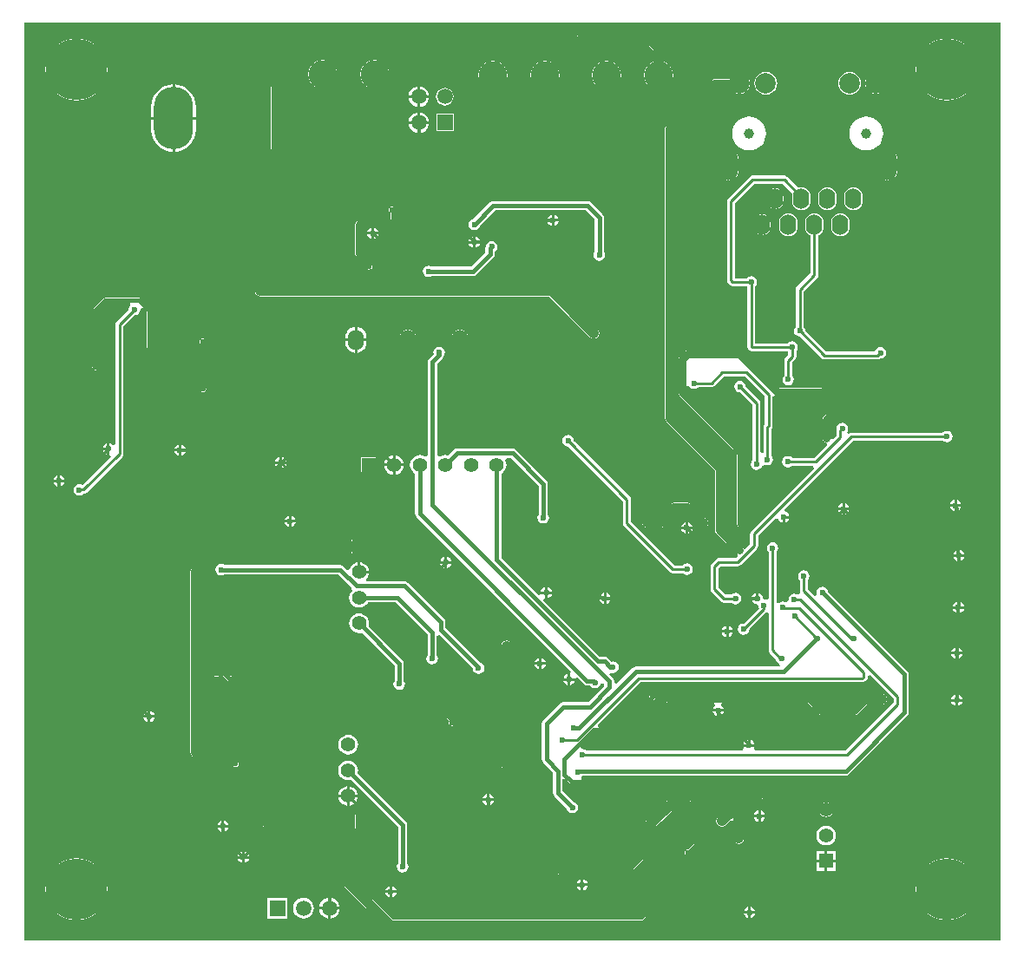
<source format=gbr>
%TF.GenerationSoftware,Altium Limited,Altium Designer,23.0.1 (38)*%
G04 Layer_Physical_Order=2*
G04 Layer_Color=16711680*
%FSLAX45Y45*%
%MOMM*%
%TF.SameCoordinates,E0F799D9-27B4-45C1-BD14-B3F5E9977550*%
%TF.FilePolarity,Positive*%
%TF.FileFunction,Copper,L2,Bot,Signal*%
%TF.Part,Single*%
G01*
G75*
%TA.AperFunction,Conductor*%
%ADD10C,0.38100*%
%ADD43C,0.25400*%
%ADD44C,1.01600*%
%ADD45C,0.76200*%
%TA.AperFunction,ComponentPad*%
%ADD48O,1.60000X2.00000*%
%ADD49C,2.00000*%
%ADD50O,2.00000X3.00000*%
%ADD51C,1.00000*%
%ADD52C,1.40000*%
%ADD53R,1.40000X1.40000*%
%ADD54R,3.81000X6.09600*%
%ADD55O,3.81000X6.09600*%
%ADD56C,2.79400*%
%ADD57C,1.50000*%
%ADD58R,1.50000X1.50000*%
%ADD59R,1.52400X2.03200*%
%ADD60O,1.52400X2.03200*%
%ADD61R,1.40000X1.40000*%
%TA.AperFunction,ViaPad*%
%ADD62C,6.00000*%
%ADD63C,0.60000*%
G36*
X9527944Y-21177D02*
X7947D01*
Y8928818D01*
X9527944D01*
Y-21177D01*
D02*
G37*
%LPC*%
G36*
X3425002Y8568407D02*
X3388533Y8563606D01*
X3354549Y8549529D01*
X3325367Y8527137D01*
X3302974Y8497954D01*
X3288898Y8463971D01*
X3284097Y8427502D01*
X3288898Y8391032D01*
X3302974Y8357049D01*
X3325367Y8327866D01*
X3354549Y8305474D01*
X3388533Y8291397D01*
X3425002Y8286596D01*
X3461471Y8291397D01*
X3495455Y8305474D01*
X3524637Y8327866D01*
X3547030Y8357049D01*
X3561106Y8391032D01*
X3565908Y8427502D01*
X3561106Y8463971D01*
X3547030Y8497954D01*
X3524637Y8527137D01*
X3495455Y8549529D01*
X3461471Y8563606D01*
X3425002Y8568407D01*
D02*
G37*
G36*
X2917002D02*
X2880533Y8563606D01*
X2846549Y8549529D01*
X2817367Y8527137D01*
X2794974Y8497954D01*
X2780898Y8463971D01*
X2776097Y8427502D01*
X2780898Y8391032D01*
X2794974Y8357049D01*
X2817367Y8327866D01*
X2846549Y8305474D01*
X2880533Y8291397D01*
X2917002Y8286596D01*
X2953471Y8291397D01*
X2987455Y8305474D01*
X3016637Y8327866D01*
X3039030Y8357049D01*
X3053106Y8391032D01*
X3057908Y8427502D01*
X3053106Y8463971D01*
X3039030Y8497954D01*
X3016637Y8527137D01*
X2987455Y8549529D01*
X2953471Y8563606D01*
X2917002Y8568407D01*
D02*
G37*
G36*
X6126709Y8807074D02*
X5422778D01*
X5402957Y8803131D01*
X5386153Y8791903D01*
X5142624Y8548374D01*
X5123967Y8556103D01*
X5087498Y8560904D01*
X5051029Y8556103D01*
X5017045Y8542026D01*
X4987863Y8519634D01*
X4965470Y8490451D01*
X4951394Y8456467D01*
X4946593Y8419998D01*
X4951394Y8383529D01*
X4965470Y8349546D01*
X4987863Y8320363D01*
X5017045Y8297971D01*
X5051029Y8283894D01*
X5087498Y8279093D01*
X5123967Y8283894D01*
X5157951Y8297971D01*
X5187133Y8320363D01*
X5209526Y8349546D01*
X5223602Y8383529D01*
X5228404Y8419998D01*
X5223602Y8456467D01*
X5215874Y8475125D01*
X5444232Y8703483D01*
X6105254D01*
X6143493Y8665244D01*
Y8549754D01*
X6124836Y8542026D01*
X6095653Y8519634D01*
X6073261Y8490451D01*
X6059184Y8456467D01*
X6054383Y8419998D01*
X6059184Y8383529D01*
X6073261Y8349546D01*
X6095653Y8320363D01*
X6124836Y8297971D01*
X6158820Y8283894D01*
X6195289Y8279093D01*
X6231758Y8283894D01*
X6265741Y8297971D01*
X6294924Y8320363D01*
X6317316Y8349546D01*
X6331393Y8383529D01*
X6336194Y8419998D01*
X6331393Y8456467D01*
X6317316Y8490451D01*
X6294924Y8519634D01*
X6265741Y8542026D01*
X6247084Y8549754D01*
Y8686697D01*
X6247084Y8686698D01*
X6243141Y8706520D01*
X6231913Y8723323D01*
X6163333Y8791903D01*
X6146530Y8803131D01*
X6126709Y8807074D01*
D02*
G37*
G36*
X5687289Y8560904D02*
X5650820Y8556103D01*
X5616836Y8542026D01*
X5587653Y8519634D01*
X5565261Y8490451D01*
X5551184Y8456467D01*
X5546383Y8419998D01*
X5551184Y8383529D01*
X5565261Y8349546D01*
X5587653Y8320363D01*
X5616836Y8297971D01*
X5650820Y8283894D01*
X5687289Y8279093D01*
X5723758Y8283894D01*
X5757741Y8297971D01*
X5786924Y8320363D01*
X5809316Y8349546D01*
X5823393Y8383529D01*
X5828194Y8419998D01*
X5823393Y8456467D01*
X5809316Y8490451D01*
X5786924Y8519634D01*
X5757741Y8542026D01*
X5723758Y8556103D01*
X5687289Y8560904D01*
D02*
G37*
G36*
X4579498D02*
X4543029Y8556103D01*
X4509045Y8542026D01*
X4479863Y8519634D01*
X4457470Y8490451D01*
X4443394Y8456467D01*
X4438593Y8419998D01*
X4443394Y8383529D01*
X4457470Y8349546D01*
X4479863Y8320363D01*
X4509045Y8297971D01*
X4543029Y8283894D01*
X4579498Y8279093D01*
X4615967Y8283894D01*
X4649951Y8297971D01*
X4679133Y8320363D01*
X4701526Y8349546D01*
X4715602Y8383529D01*
X4720404Y8419998D01*
X4715602Y8456467D01*
X4701526Y8490451D01*
X4679133Y8519634D01*
X4649951Y8542026D01*
X4615967Y8556103D01*
X4579498Y8560904D01*
D02*
G37*
G36*
X8312500Y8440862D02*
X8286395Y8437426D01*
X8262069Y8427349D01*
X8241179Y8411320D01*
X8225150Y8390431D01*
X8215074Y8366105D01*
X8211637Y8340000D01*
X8215074Y8313894D01*
X8225150Y8289568D01*
X8241179Y8268679D01*
X8262069Y8252650D01*
X8286395Y8242574D01*
X8312500Y8239137D01*
X8338606Y8242574D01*
X8362932Y8252650D01*
X8383821Y8268679D01*
X8399850Y8289568D01*
X8409926Y8313894D01*
X8413363Y8340000D01*
X8409926Y8366105D01*
X8399850Y8390431D01*
X8383821Y8411320D01*
X8362932Y8427349D01*
X8338606Y8437426D01*
X8312500Y8440862D01*
D02*
G37*
G36*
X6987504D02*
X6961399Y8437426D01*
X6937073Y8427349D01*
X6916183Y8411320D01*
X6900154Y8390431D01*
X6895356Y8378846D01*
X6739999D01*
X6725134Y8375889D01*
X6712531Y8367468D01*
X6270695Y7925632D01*
X6262274Y7913030D01*
X6259317Y7898164D01*
Y5069363D01*
X6262274Y5054497D01*
X6270695Y5041894D01*
X6746154Y4566436D01*
Y3980679D01*
X6749111Y3965814D01*
X6757532Y3953211D01*
X6860385Y3850357D01*
X6860833Y3850058D01*
X6953042Y3757849D01*
X6963176Y3751077D01*
X6968253Y3742399D01*
X6968877Y3740717D01*
X6970570Y3722550D01*
X6952869Y3704849D01*
X6781937D01*
X6767072Y3701892D01*
X6754469Y3693471D01*
X6712434Y3651436D01*
X6704013Y3638833D01*
X6701056Y3623967D01*
Y3403724D01*
X6704013Y3388859D01*
X6712434Y3376256D01*
X6804524Y3284165D01*
X6817127Y3275745D01*
X6831993Y3272787D01*
X6906911D01*
X6907642Y3271693D01*
X6925968Y3259448D01*
X6947584Y3255149D01*
X6969199Y3259448D01*
X6987525Y3271693D01*
X6999769Y3290018D01*
X7004069Y3311634D01*
X6999769Y3333250D01*
X6987525Y3351575D01*
X6969199Y3363820D01*
X6947584Y3368119D01*
X6925968Y3363820D01*
X6907642Y3351575D01*
X6906911Y3350480D01*
X6848084D01*
X6778749Y3419815D01*
Y3607877D01*
X6798028Y3627156D01*
X6968959D01*
X6983825Y3630113D01*
X6996428Y3638534D01*
X7154969Y3797075D01*
X7163390Y3809677D01*
X7166347Y3824543D01*
Y3927654D01*
X7335531Y4096838D01*
X7363092Y4088477D01*
X7363804Y4084895D01*
X7376049Y4066569D01*
X7394374Y4054325D01*
X7403290Y4052551D01*
Y4106510D01*
X7415990D01*
Y4119210D01*
X7469949D01*
X7468176Y4128126D01*
X7455931Y4146452D01*
X7437606Y4158696D01*
X7434023Y4159409D01*
X7425663Y4186970D01*
X8092347Y4853654D01*
X8966828D01*
X8967559Y4852559D01*
X8985884Y4840315D01*
X9007500Y4836015D01*
X9029116Y4840315D01*
X9047442Y4852559D01*
X9059686Y4870884D01*
X9063986Y4892500D01*
X9059686Y4914116D01*
X9047442Y4932441D01*
X9029116Y4944686D01*
X9007500Y4948986D01*
X8985884Y4944686D01*
X8967559Y4932441D01*
X8966828Y4931347D01*
X8076256D01*
X8061391Y4928390D01*
X8048788Y4919969D01*
X8033216Y4938919D01*
X8040068Y4949174D01*
X8044368Y4970790D01*
X8040068Y4992406D01*
X8027824Y5010731D01*
X8009499Y5022976D01*
X7987883Y5027275D01*
X7966267Y5022976D01*
X7947941Y5010731D01*
X7935697Y4992406D01*
X7931397Y4970790D01*
X7932430Y4965598D01*
X7929596Y4951350D01*
Y4900915D01*
X7895911Y4867229D01*
X7880996Y4871840D01*
X7871513Y4878753D01*
Y5042310D01*
X7892406Y5063203D01*
X7900827Y5075806D01*
X7903784Y5090672D01*
Y5244209D01*
X7900827Y5259075D01*
X7892406Y5271678D01*
X7808416Y5355669D01*
X7795813Y5364090D01*
X7780947Y5367047D01*
X7368154D01*
X7010232Y5724969D01*
X6997629Y5733390D01*
X6982763Y5736347D01*
X6477500D01*
X6462634Y5733390D01*
X6450032Y5724969D01*
X6398932Y5673869D01*
X6390511Y5661266D01*
X6387554Y5646400D01*
Y5323597D01*
X6390511Y5308731D01*
X6398932Y5296128D01*
X6919233Y4775827D01*
X6921607Y4763888D01*
X6930028Y4751285D01*
X6961873Y4719441D01*
Y4038120D01*
X6964830Y4023254D01*
X6973250Y4010651D01*
X6985853Y4002231D01*
X7000719Y3999273D01*
X7015585Y4002231D01*
X7028188Y4010651D01*
X7036608Y4023254D01*
X7039566Y4038120D01*
Y4735532D01*
X7036608Y4750397D01*
X7028188Y4763000D01*
X6995761Y4795427D01*
X6993386Y4807366D01*
X6984965Y4819969D01*
X6465247Y5339688D01*
Y5383468D01*
X6478322Y5387636D01*
X6490647Y5387693D01*
X6500759Y5372559D01*
X6519084Y5360315D01*
X6540700Y5356015D01*
X6562316Y5360315D01*
X6580641Y5372559D01*
X6581373Y5373654D01*
X6708747D01*
X6723612Y5376611D01*
X6736215Y5385032D01*
X6829837Y5478654D01*
X7038909D01*
X7229183Y5288380D01*
Y5012953D01*
X7228728Y5012497D01*
X7220307Y4999895D01*
X7217350Y4985029D01*
Y4731243D01*
X7214607Y4729208D01*
X7189207Y4741994D01*
Y5219640D01*
X7186250Y5234505D01*
X7177829Y5247108D01*
X7046228Y5378709D01*
X7046485Y5380000D01*
X7042186Y5401616D01*
X7029941Y5419941D01*
X7011616Y5432185D01*
X6990000Y5436485D01*
X6968384Y5432185D01*
X6950059Y5419941D01*
X6937814Y5401616D01*
X6933515Y5380000D01*
X6937814Y5358384D01*
X6950059Y5340059D01*
X6968384Y5327814D01*
X6990000Y5323515D01*
X6991291Y5323771D01*
X7111514Y5203549D01*
Y4663173D01*
X7110419Y4662442D01*
X7098175Y4644116D01*
X7093875Y4622500D01*
X7098175Y4600884D01*
X7110419Y4582559D01*
X7128744Y4570315D01*
X7150360Y4566015D01*
X7171976Y4570315D01*
X7190302Y4582559D01*
X7202546Y4600884D01*
X7203572Y4606042D01*
X7231709Y4617790D01*
X7234580Y4615872D01*
X7256196Y4611572D01*
X7277812Y4615872D01*
X7296138Y4628116D01*
X7308382Y4646441D01*
X7312682Y4668057D01*
X7308382Y4689673D01*
X7296138Y4707998D01*
X7295043Y4708730D01*
Y4968938D01*
X7295498Y4969394D01*
X7303919Y4981996D01*
X7306876Y4996862D01*
Y5282671D01*
X7310759Y5286629D01*
X7332276Y5295599D01*
X7337197Y5292311D01*
X7352063Y5289354D01*
X7764856D01*
X7826091Y5228119D01*
Y5106762D01*
X7805198Y5085869D01*
X7796777Y5073266D01*
X7793820Y5058401D01*
Y4874771D01*
X7796777Y4859905D01*
X7805198Y4847303D01*
X7817801Y4838882D01*
X7829346Y4836585D01*
X7835897Y4825474D01*
X7840209Y4811527D01*
X7714817Y4686136D01*
X7498169D01*
X7497437Y4687231D01*
X7479112Y4699475D01*
X7457496Y4703775D01*
X7435880Y4699475D01*
X7417555Y4687231D01*
X7405310Y4668905D01*
X7401011Y4647289D01*
X7405310Y4625674D01*
X7417555Y4607348D01*
X7435880Y4595104D01*
X7457496Y4590804D01*
X7479112Y4595104D01*
X7497437Y4607348D01*
X7498169Y4608443D01*
X7701341D01*
X7711862Y4583043D01*
X7100032Y3971213D01*
X7091611Y3958610D01*
X7088654Y3943744D01*
Y3840634D01*
X7043278Y3795259D01*
X7020147Y3799497D01*
X7014751Y3802653D01*
X7007980Y3812786D01*
X7007978Y3812787D01*
X6915471Y3905294D01*
X6915024Y3905593D01*
X6823847Y3996770D01*
Y4582527D01*
X6820890Y4597393D01*
X6812469Y4609995D01*
X6337010Y5085454D01*
Y7882073D01*
X6756090Y8301153D01*
X6895356D01*
X6900154Y8289568D01*
X6916183Y8268679D01*
X6937073Y8252650D01*
X6961399Y8242574D01*
X6987504Y8239137D01*
X7013610Y8242574D01*
X7037936Y8252650D01*
X7058825Y8268679D01*
X7074854Y8289568D01*
X7084930Y8313894D01*
X7088367Y8340000D01*
X7084930Y8366105D01*
X7074854Y8390431D01*
X7058825Y8411320D01*
X7037936Y8427349D01*
X7013610Y8437426D01*
X6987504Y8440862D01*
D02*
G37*
G36*
X8058500Y8451110D02*
X8029743Y8447324D01*
X8002945Y8436224D01*
X7979933Y8418567D01*
X7962276Y8395555D01*
X7951176Y8368757D01*
X7947390Y8340000D01*
X7951176Y8311242D01*
X7962276Y8284444D01*
X7979933Y8261433D01*
X8002945Y8243775D01*
X8029743Y8232675D01*
X8058500Y8228889D01*
X8087258Y8232675D01*
X8114055Y8243775D01*
X8137067Y8261433D01*
X8154725Y8284444D01*
X8165825Y8311242D01*
X8169611Y8340000D01*
X8165825Y8368757D01*
X8154725Y8395555D01*
X8137067Y8418567D01*
X8114055Y8436224D01*
X8087258Y8447324D01*
X8058500Y8451110D01*
D02*
G37*
G36*
X7241504D02*
X7212747Y8447324D01*
X7185949Y8436224D01*
X7162937Y8418567D01*
X7145280Y8395555D01*
X7134180Y8368757D01*
X7130394Y8340000D01*
X7134180Y8311242D01*
X7145280Y8284444D01*
X7162937Y8261433D01*
X7185949Y8243775D01*
X7212747Y8232675D01*
X7241504Y8228889D01*
X7270262Y8232675D01*
X7297059Y8243775D01*
X7320071Y8261433D01*
X7337729Y8284444D01*
X7348829Y8311242D01*
X7352615Y8340000D01*
X7348829Y8368757D01*
X7337729Y8395555D01*
X7320071Y8418567D01*
X7297059Y8436224D01*
X7270262Y8447324D01*
X7241504Y8451110D01*
D02*
G37*
G36*
X3868700Y8309595D02*
Y8222700D01*
X3955594D01*
X3953816Y8236210D01*
X3943699Y8260633D01*
X3927606Y8281607D01*
X3906633Y8297699D01*
X3882210Y8307816D01*
X3868700Y8309595D01*
D02*
G37*
G36*
X3843300D02*
X3829790Y8307816D01*
X3805367Y8297699D01*
X3784394Y8281607D01*
X3768301Y8260633D01*
X3758185Y8236210D01*
X3756406Y8222700D01*
X3843300D01*
Y8309595D01*
D02*
G37*
G36*
X9005001Y8775927D02*
X8957926Y8772222D01*
X8912009Y8761199D01*
X8868383Y8743128D01*
X8828120Y8718455D01*
X8792213Y8687788D01*
X8761546Y8651880D01*
X8736873Y8611618D01*
X8718802Y8567991D01*
X8707778Y8522075D01*
X8704074Y8475000D01*
X8707778Y8427924D01*
X8718802Y8382008D01*
X8736873Y8338381D01*
X8761546Y8298119D01*
X8792213Y8262212D01*
X8828120Y8231544D01*
X8868383Y8206871D01*
X8912009Y8188800D01*
X8957926Y8177777D01*
X9005001Y8174072D01*
X9052076Y8177777D01*
X9097993Y8188800D01*
X9141619Y8206871D01*
X9181882Y8231544D01*
X9217789Y8262212D01*
X9248456Y8298119D01*
X9273130Y8338381D01*
X9291200Y8382008D01*
X9302224Y8427924D01*
X9305929Y8475000D01*
X9302224Y8522075D01*
X9291200Y8567991D01*
X9273130Y8611618D01*
X9248456Y8651880D01*
X9217789Y8687788D01*
X9181882Y8718455D01*
X9141619Y8743128D01*
X9097993Y8761199D01*
X9052076Y8772222D01*
X9005001Y8775927D01*
D02*
G37*
G36*
X515000D02*
X467925Y8772222D01*
X422009Y8761199D01*
X378382Y8743128D01*
X338119Y8718455D01*
X302212Y8687788D01*
X271545Y8651880D01*
X246872Y8611618D01*
X228801Y8567991D01*
X217778Y8522075D01*
X214073Y8475000D01*
X217778Y8427924D01*
X228801Y8382008D01*
X246872Y8338381D01*
X271545Y8298119D01*
X302212Y8262212D01*
X338119Y8231544D01*
X378382Y8206871D01*
X422009Y8188800D01*
X467925Y8177777D01*
X515000Y8174072D01*
X562076Y8177777D01*
X607992Y8188800D01*
X651618Y8206871D01*
X691881Y8231544D01*
X727788Y8262212D01*
X758456Y8298119D01*
X783129Y8338381D01*
X801199Y8382008D01*
X812223Y8427924D01*
X815928Y8475000D01*
X812223Y8522075D01*
X801199Y8567991D01*
X783129Y8611618D01*
X758456Y8651880D01*
X727788Y8687788D01*
X691881Y8718455D01*
X651618Y8743128D01*
X607992Y8761199D01*
X562076Y8772222D01*
X515000Y8775927D01*
D02*
G37*
G36*
X4110000Y8295895D02*
X4087769Y8292968D01*
X4067053Y8284387D01*
X4049263Y8270737D01*
X4035613Y8252948D01*
X4027032Y8232231D01*
X4024105Y8210000D01*
X4027032Y8187769D01*
X4035613Y8167053D01*
X4049263Y8149264D01*
X4067053Y8135613D01*
X4087769Y8127033D01*
X4110000Y8124106D01*
X4132231Y8127033D01*
X4152947Y8135613D01*
X4170737Y8149264D01*
X4184387Y8167053D01*
X4192968Y8187769D01*
X4195895Y8210000D01*
X4192968Y8232231D01*
X4184387Y8252948D01*
X4170737Y8270737D01*
X4152947Y8284387D01*
X4132231Y8292968D01*
X4110000Y8295895D01*
D02*
G37*
G36*
X3955594Y8197300D02*
X3868700D01*
Y8110406D01*
X3882210Y8112185D01*
X3906633Y8122301D01*
X3927606Y8138394D01*
X3943699Y8159367D01*
X3953816Y8183791D01*
X3955594Y8197300D01*
D02*
G37*
G36*
X3843300D02*
X3756406D01*
X3758185Y8183791D01*
X3768301Y8159367D01*
X3784394Y8138394D01*
X3805367Y8122301D01*
X3829790Y8112185D01*
X3843300Y8110406D01*
Y8197300D01*
D02*
G37*
G36*
X1476853Y8329993D02*
Y8012699D01*
X1681097D01*
Y8114299D01*
X1676929Y8156623D01*
X1664583Y8197320D01*
X1644535Y8234827D01*
X1617556Y8267702D01*
X1584681Y8294682D01*
X1547174Y8314730D01*
X1506476Y8327075D01*
X1476853Y8329993D01*
D02*
G37*
G36*
X1451453D02*
X1421829Y8327075D01*
X1381131Y8314730D01*
X1343624Y8294682D01*
X1310749Y8267702D01*
X1283770Y8234827D01*
X1263722Y8197320D01*
X1251376Y8156623D01*
X1247208Y8114299D01*
Y8012699D01*
X1451453D01*
Y8329993D01*
D02*
G37*
G36*
X3868701Y8055595D02*
Y7968700D01*
X3955594D01*
X3953816Y7982210D01*
X3943699Y8006633D01*
X3927606Y8027607D01*
X3906633Y8043699D01*
X3882210Y8053816D01*
X3868701Y8055595D01*
D02*
G37*
G36*
X3843301Y8055595D02*
X3829790Y8053816D01*
X3805367Y8043699D01*
X3784394Y8027607D01*
X3768301Y8006633D01*
X3758185Y7982210D01*
X3756406Y7968700D01*
X3843301D01*
Y8055595D01*
D02*
G37*
G36*
X4195160Y8041160D02*
X4024840D01*
Y7870840D01*
X4195160D01*
Y8041160D01*
D02*
G37*
G36*
X3955594Y7943300D02*
X3868701D01*
Y7856406D01*
X3882210Y7858185D01*
X3906633Y7868301D01*
X3927606Y7884394D01*
X3943699Y7905367D01*
X3953816Y7929791D01*
X3955594Y7943300D01*
D02*
G37*
G36*
X3843301D02*
X3756406D01*
X3758185Y7929791D01*
X3768301Y7905367D01*
X3784394Y7884394D01*
X3805367Y7868301D01*
X3829790Y7858185D01*
X3843301Y7856406D01*
Y7943300D01*
D02*
G37*
G36*
X2416653Y8304799D02*
X2035653D01*
Y7695199D01*
X2416653D01*
Y8304799D01*
D02*
G37*
G36*
X8221502Y8015796D02*
X8189157Y8012611D01*
X8158054Y8003176D01*
X8129390Y7987854D01*
X8104265Y7967235D01*
X8083646Y7942111D01*
X8068325Y7913446D01*
X8058890Y7882344D01*
X8055704Y7849998D01*
X8058890Y7817652D01*
X8068325Y7786550D01*
X8083646Y7757885D01*
X8104265Y7732761D01*
X8129390Y7712142D01*
X8158054Y7696821D01*
X8189157Y7687385D01*
X8221502Y7684200D01*
X8253848Y7687385D01*
X8284950Y7696821D01*
X8313615Y7712142D01*
X8338739Y7732761D01*
X8359358Y7757885D01*
X8374680Y7786550D01*
X8384115Y7817652D01*
X8387300Y7849998D01*
X8384115Y7882344D01*
X8374680Y7913446D01*
X8359358Y7942111D01*
X8338739Y7967235D01*
X8313615Y7987854D01*
X8284950Y8003176D01*
X8253848Y8012611D01*
X8221502Y8015796D01*
D02*
G37*
G36*
X7078502D02*
X7046157Y8012611D01*
X7015054Y8003176D01*
X6986390Y7987854D01*
X6961265Y7967235D01*
X6940646Y7942111D01*
X6925325Y7913446D01*
X6915890Y7882344D01*
X6912704Y7849998D01*
X6915890Y7817652D01*
X6925325Y7786550D01*
X6940646Y7757885D01*
X6961265Y7732761D01*
X6986390Y7712142D01*
X7015054Y7696821D01*
X7046157Y7687385D01*
X7078502Y7684200D01*
X7110848Y7687385D01*
X7141950Y7696821D01*
X7170615Y7712142D01*
X7195739Y7732761D01*
X7216358Y7757885D01*
X7231680Y7786550D01*
X7241115Y7817652D01*
X7244300Y7849998D01*
X7241115Y7882344D01*
X7231680Y7913446D01*
X7216358Y7942111D01*
X7195739Y7967235D01*
X7170615Y7987854D01*
X7141950Y8003176D01*
X7110848Y8012611D01*
X7078502Y8015796D01*
D02*
G37*
G36*
X1681097Y7987299D02*
X1476853D01*
Y7670005D01*
X1506476Y7672923D01*
X1547174Y7685268D01*
X1584681Y7705316D01*
X1617556Y7732296D01*
X1644535Y7765171D01*
X1664583Y7802678D01*
X1676929Y7843375D01*
X1681097Y7885699D01*
Y7987299D01*
D02*
G37*
G36*
X1451453D02*
X1247208D01*
Y7885699D01*
X1251376Y7843375D01*
X1263722Y7802678D01*
X1283770Y7765171D01*
X1310749Y7732296D01*
X1343624Y7705316D01*
X1381131Y7685268D01*
X1421829Y7672923D01*
X1451453Y7670005D01*
Y7987299D01*
D02*
G37*
G36*
X8424504Y7695863D02*
X8398399Y7692426D01*
X8374073Y7682350D01*
X8353183Y7666321D01*
X8337154Y7645431D01*
X8327078Y7621105D01*
X8323641Y7595000D01*
Y7495000D01*
X8327078Y7468895D01*
X8337154Y7444569D01*
X8353183Y7423679D01*
X8374073Y7407650D01*
X8398399Y7397574D01*
X8424504Y7394137D01*
X8450609Y7397574D01*
X8474936Y7407650D01*
X8495825Y7423679D01*
X8511854Y7444569D01*
X8521930Y7468895D01*
X8525367Y7495000D01*
Y7595000D01*
X8521930Y7621105D01*
X8511854Y7645431D01*
X8495825Y7666321D01*
X8474936Y7682350D01*
X8450609Y7692426D01*
X8424504Y7695863D01*
D02*
G37*
G36*
X6875500D02*
X6849395Y7692426D01*
X6825069Y7682350D01*
X6804179Y7666321D01*
X6788151Y7645431D01*
X6778074Y7621105D01*
X6774637Y7595000D01*
Y7495000D01*
X6778074Y7468895D01*
X6788151Y7444569D01*
X6804179Y7423679D01*
X6825069Y7407650D01*
X6849395Y7397574D01*
X6875500Y7394137D01*
X6901606Y7397574D01*
X6925932Y7407650D01*
X6946821Y7423679D01*
X6962850Y7444569D01*
X6972926Y7468895D01*
X6976363Y7495000D01*
Y7595000D01*
X6972926Y7621105D01*
X6962850Y7645431D01*
X6946821Y7666321D01*
X6925932Y7682350D01*
X6901606Y7692426D01*
X6875500Y7695863D01*
D02*
G37*
G36*
X7333000Y7315688D02*
X7312116Y7312939D01*
X7292655Y7304878D01*
X7275944Y7292055D01*
X7263120Y7275343D01*
X7255059Y7255882D01*
X7252310Y7234998D01*
Y7194998D01*
X7255059Y7174114D01*
X7263120Y7154653D01*
X7275944Y7137941D01*
X7292655Y7125118D01*
X7312116Y7117057D01*
X7333000Y7114308D01*
X7353884Y7117057D01*
X7373345Y7125118D01*
X7390057Y7137941D01*
X7402880Y7154653D01*
X7410941Y7174114D01*
X7413690Y7194998D01*
Y7234998D01*
X7410941Y7255882D01*
X7402880Y7275343D01*
X7390057Y7292055D01*
X7373345Y7304878D01*
X7353884Y7312939D01*
X7333000Y7315688D01*
D02*
G37*
G36*
X8095000Y7325936D02*
X8071464Y7322838D01*
X8049531Y7313753D01*
X8030697Y7299301D01*
X8016246Y7280467D01*
X8007161Y7258535D01*
X8004062Y7234998D01*
Y7194998D01*
X8007161Y7171461D01*
X8016246Y7149529D01*
X8030697Y7130695D01*
X8049531Y7116243D01*
X8071464Y7107159D01*
X8095000Y7104060D01*
X8118536Y7107159D01*
X8140469Y7116243D01*
X8159303Y7130695D01*
X8173755Y7149529D01*
X8182839Y7171461D01*
X8185938Y7194998D01*
Y7234998D01*
X8182839Y7258535D01*
X8173755Y7280467D01*
X8159303Y7299301D01*
X8140469Y7313753D01*
X8118536Y7322838D01*
X8095000Y7325936D01*
D02*
G37*
G36*
X7841000D02*
X7817464Y7322838D01*
X7795531Y7313753D01*
X7776697Y7299301D01*
X7762246Y7280467D01*
X7753161Y7258535D01*
X7750062Y7234998D01*
Y7194998D01*
X7753161Y7171461D01*
X7762246Y7149529D01*
X7776697Y7130695D01*
X7795531Y7116243D01*
X7817464Y7107159D01*
X7841000Y7104060D01*
X7864536Y7107159D01*
X7886469Y7116243D01*
X7905303Y7130695D01*
X7919755Y7149529D01*
X7928839Y7171461D01*
X7931938Y7194998D01*
Y7234998D01*
X7928839Y7258535D01*
X7919755Y7280467D01*
X7905303Y7299301D01*
X7886469Y7313753D01*
X7864536Y7322838D01*
X7841000Y7325936D01*
D02*
G37*
G36*
X7421998Y7438846D02*
X7111000D01*
X7096134Y7435889D01*
X7083531Y7427469D01*
X6872531Y7216468D01*
X6864110Y7203866D01*
X6861153Y7189000D01*
Y6414879D01*
X6864110Y6400013D01*
X6872531Y6387410D01*
X6887410Y6372531D01*
X6900013Y6364110D01*
X6914879Y6361153D01*
X7059327D01*
X7060059Y6360059D01*
X7061154Y6359327D01*
Y5765000D01*
X7064111Y5750134D01*
X7072531Y5737531D01*
X7085134Y5729110D01*
X7100000Y5726153D01*
X7456827D01*
X7457559Y5725059D01*
X7461154Y5722657D01*
Y5689837D01*
X7432531Y5661215D01*
X7424111Y5648612D01*
X7421154Y5633746D01*
Y5490673D01*
X7420059Y5489941D01*
X7407814Y5471616D01*
X7403515Y5450000D01*
X7407814Y5428384D01*
X7420059Y5410059D01*
X7438384Y5397814D01*
X7460000Y5393515D01*
X7481616Y5397814D01*
X7499941Y5410059D01*
X7512186Y5428384D01*
X7516485Y5450000D01*
X7512186Y5471616D01*
X7499941Y5489941D01*
X7498847Y5490673D01*
Y5617656D01*
X7527469Y5646278D01*
X7535890Y5658881D01*
X7538847Y5673747D01*
Y5727162D01*
X7549686Y5743384D01*
X7553985Y5765000D01*
X7549686Y5786616D01*
X7537441Y5804941D01*
X7519116Y5817185D01*
X7497500Y5821485D01*
X7475884Y5817185D01*
X7457559Y5804941D01*
X7456827Y5803846D01*
X7138847D01*
Y6359327D01*
X7139941Y6360059D01*
X7152186Y6378384D01*
X7156485Y6400000D01*
X7152186Y6421616D01*
X7139941Y6439941D01*
X7121616Y6452185D01*
X7100000Y6456485D01*
X7078384Y6452185D01*
X7060059Y6439941D01*
X7059327Y6438846D01*
X6938846D01*
Y7172909D01*
X7127091Y7361153D01*
X7405907D01*
X7501904Y7265157D01*
X7499161Y7258535D01*
X7496062Y7234998D01*
Y7194998D01*
X7499161Y7171461D01*
X7508246Y7149529D01*
X7522697Y7130695D01*
X7541531Y7116243D01*
X7563464Y7107159D01*
X7587000Y7104060D01*
X7610536Y7107159D01*
X7632469Y7116243D01*
X7651303Y7130695D01*
X7665755Y7149529D01*
X7674839Y7171461D01*
X7677938Y7194998D01*
Y7234998D01*
X7674839Y7258535D01*
X7665755Y7280467D01*
X7651303Y7299301D01*
X7632469Y7313753D01*
X7610536Y7322838D01*
X7587000Y7325936D01*
X7563464Y7322838D01*
X7556841Y7320094D01*
X7449467Y7427469D01*
X7436864Y7435889D01*
X7421998Y7438846D01*
D02*
G37*
G36*
X5178201Y7056459D02*
Y7015200D01*
X5219460D01*
X5217687Y7024116D01*
X5205443Y7042442D01*
X5187117Y7054686D01*
X5178201Y7056459D01*
D02*
G37*
G36*
X5152801D02*
X5143886Y7054686D01*
X5125560Y7042442D01*
X5113316Y7024116D01*
X5111542Y7015200D01*
X5152801D01*
Y7056459D01*
D02*
G37*
G36*
X3595000Y7138088D02*
X3583295Y7135759D01*
X3573371Y7129129D01*
X3566741Y7119205D01*
X3564412Y7107500D01*
X3566741Y7095795D01*
X3573371Y7085871D01*
X3581253Y7080604D01*
Y7014315D01*
X3564595Y6997657D01*
X3262952D01*
X3253232Y6993630D01*
X3253232Y6993630D01*
X3238353Y6978751D01*
X3234327Y6969031D01*
X3234327Y6969031D01*
Y6674427D01*
X3234327Y6674427D01*
X3238353Y6664707D01*
X3341262Y6561798D01*
X3339412Y6552500D01*
X3341741Y6540795D01*
X3348371Y6530871D01*
X3358295Y6524241D01*
X3370000Y6521912D01*
X3381705Y6524241D01*
X3391629Y6530871D01*
X3398259Y6540795D01*
X3400588Y6552500D01*
X3398259Y6564205D01*
X3391629Y6574129D01*
X3381705Y6580759D01*
X3370000Y6583088D01*
X3360702Y6581238D01*
X3261820Y6680121D01*
Y6963337D01*
X3268646Y6970164D01*
X3570288D01*
X3570289Y6970163D01*
X3580009Y6974190D01*
X3604720Y6998901D01*
X3608747Y7008621D01*
X3608746Y7008622D01*
Y7080604D01*
X3616629Y7085871D01*
X3623259Y7095795D01*
X3625588Y7107500D01*
X3623259Y7119205D01*
X3616629Y7129129D01*
X3606705Y7135759D01*
X3595000Y7138088D01*
D02*
G37*
G36*
X5219460Y6989800D02*
X5178201D01*
Y6948541D01*
X5187117Y6950315D01*
X5205443Y6962559D01*
X5217687Y6980884D01*
X5219460Y6989800D01*
D02*
G37*
G36*
X5152801D02*
X5111542D01*
X5113316Y6980884D01*
X5125560Y6962559D01*
X5143886Y6950315D01*
X5152801Y6948541D01*
Y6989800D01*
D02*
G37*
G36*
X3420200Y6930780D02*
Y6889521D01*
X3461459D01*
X3459686Y6898437D01*
X3447441Y6916763D01*
X3429116Y6929007D01*
X3420200Y6930780D01*
D02*
G37*
G36*
X3394800D02*
X3385884Y6929007D01*
X3367559Y6916763D01*
X3355315Y6898437D01*
X3353541Y6889521D01*
X3394800D01*
Y6930780D01*
D02*
G37*
G36*
X7206000Y7061688D02*
X7185116Y7058939D01*
X7165655Y7050878D01*
X7148944Y7038055D01*
X7136120Y7021343D01*
X7128059Y7001882D01*
X7125310Y6980998D01*
Y6940998D01*
X7128059Y6920114D01*
X7136120Y6900653D01*
X7148944Y6883941D01*
X7165655Y6871118D01*
X7185116Y6863057D01*
X7206000Y6860308D01*
X7226884Y6863057D01*
X7246345Y6871118D01*
X7263057Y6883941D01*
X7275880Y6900653D01*
X7283941Y6920114D01*
X7286690Y6940998D01*
Y6980998D01*
X7283941Y7001882D01*
X7275880Y7021343D01*
X7263057Y7038055D01*
X7246345Y7050878D01*
X7226884Y7058939D01*
X7206000Y7061688D01*
D02*
G37*
G36*
X7968000Y7071936D02*
X7944464Y7068838D01*
X7922531Y7059753D01*
X7903697Y7045301D01*
X7889246Y7026467D01*
X7880161Y7004535D01*
X7877062Y6980998D01*
Y6940998D01*
X7880161Y6917461D01*
X7889246Y6895529D01*
X7903697Y6876695D01*
X7922531Y6862243D01*
X7944464Y6853159D01*
X7968000Y6850060D01*
X7991536Y6853159D01*
X8013469Y6862243D01*
X8032303Y6876695D01*
X8046755Y6895529D01*
X8055839Y6917461D01*
X8058938Y6940998D01*
Y6980998D01*
X8055839Y7004535D01*
X8046755Y7026467D01*
X8032303Y7045301D01*
X8013469Y7059753D01*
X7991536Y7068838D01*
X7968000Y7071936D01*
D02*
G37*
G36*
X7460000D02*
X7436464Y7068838D01*
X7414531Y7059753D01*
X7395697Y7045301D01*
X7381246Y7026467D01*
X7372161Y7004535D01*
X7369062Y6980998D01*
Y6940998D01*
X7372161Y6917461D01*
X7381246Y6895529D01*
X7395697Y6876695D01*
X7414531Y6862243D01*
X7436464Y6853159D01*
X7460000Y6850060D01*
X7483536Y6853159D01*
X7505469Y6862243D01*
X7524303Y6876695D01*
X7538755Y6895529D01*
X7547839Y6917461D01*
X7550938Y6940998D01*
Y6980998D01*
X7547839Y7004535D01*
X7538755Y7026467D01*
X7524303Y7045301D01*
X7505469Y7059753D01*
X7483536Y7068838D01*
X7460000Y7071936D01*
D02*
G37*
G36*
X3461459Y6864121D02*
X3420200D01*
Y6822862D01*
X3429116Y6824636D01*
X3447441Y6836880D01*
X3459686Y6855205D01*
X3461459Y6864121D01*
D02*
G37*
G36*
X3394800D02*
X3353541D01*
X3355315Y6855205D01*
X3367559Y6836880D01*
X3385884Y6824636D01*
X3394800Y6822862D01*
Y6864121D01*
D02*
G37*
G36*
X4410200Y6843959D02*
Y6802700D01*
X4451459D01*
X4449686Y6811616D01*
X4437441Y6829941D01*
X4419116Y6842186D01*
X4410200Y6843959D01*
D02*
G37*
G36*
X4384800D02*
X4375884Y6842186D01*
X4357559Y6829941D01*
X4345315Y6811616D01*
X4343541Y6802700D01*
X4384800D01*
Y6843959D01*
D02*
G37*
G36*
X4451459Y6777300D02*
X4410200D01*
Y6736041D01*
X4419116Y6737815D01*
X4437441Y6750059D01*
X4449686Y6768384D01*
X4451459Y6777300D01*
D02*
G37*
G36*
X4384800D02*
X4343541D01*
X4345315Y6768384D01*
X4357559Y6750059D01*
X4375884Y6737815D01*
X4384800Y6736041D01*
Y6777300D01*
D02*
G37*
G36*
X5500363Y7192000D02*
X4581679D01*
X4564335Y7188550D01*
X4549632Y7178726D01*
X4549631Y7178725D01*
X4388003Y7017097D01*
X4375884Y7014686D01*
X4357559Y7002442D01*
X4345315Y6984117D01*
X4341015Y6962501D01*
X4345315Y6940885D01*
X4357559Y6922559D01*
X4375884Y6910315D01*
X4397500Y6906015D01*
X4419116Y6910315D01*
X4437441Y6922559D01*
X4449686Y6940885D01*
X4452097Y6953004D01*
X4600451Y7101358D01*
X5481591D01*
X5572179Y7010770D01*
Y6696890D01*
X5565314Y6686616D01*
X5561015Y6665000D01*
X5565314Y6643384D01*
X5577559Y6625059D01*
X5595884Y6612814D01*
X5617500Y6608515D01*
X5639116Y6612814D01*
X5657441Y6625059D01*
X5669686Y6643384D01*
X5673985Y6665000D01*
X5669686Y6686616D01*
X5662821Y6696890D01*
Y7029542D01*
X5659371Y7046886D01*
X5649547Y7061589D01*
X5649546Y7061589D01*
X5532410Y7178726D01*
X5517707Y7188550D01*
X5500363Y7192000D01*
D02*
G37*
G36*
X4567500Y6801486D02*
X4545884Y6797186D01*
X4527559Y6784941D01*
X4515315Y6766616D01*
X4512125Y6750580D01*
X4508619Y6745334D01*
X4505169Y6727990D01*
Y6692664D01*
X4467054Y6654548D01*
X4460840Y6645249D01*
X4365912Y6550321D01*
X3981890D01*
X3971616Y6557186D01*
X3950000Y6561485D01*
X3928384Y6557186D01*
X3910059Y6544941D01*
X3897814Y6526616D01*
X3893515Y6505000D01*
X3897814Y6483384D01*
X3910059Y6465059D01*
X3928384Y6452814D01*
X3950000Y6448515D01*
X3971616Y6452814D01*
X3981890Y6459679D01*
X4384684D01*
X4402028Y6463129D01*
X4416731Y6472953D01*
X4531146Y6587369D01*
X4531147Y6587369D01*
X4537359Y6596667D01*
X4582536Y6641844D01*
X4582537Y6641844D01*
X4592361Y6656548D01*
X4595811Y6673891D01*
X4595811Y6673892D01*
Y6697288D01*
X4607441Y6705059D01*
X4619686Y6723384D01*
X4623985Y6745000D01*
X4619686Y6766616D01*
X4607441Y6784941D01*
X4589116Y6797186D01*
X4567500Y6801486D01*
D02*
G37*
G36*
X3254202Y5963704D02*
Y5850199D01*
X3343979D01*
Y5862899D01*
X3340487Y5889422D01*
X3330250Y5914138D01*
X3313964Y5935361D01*
X3292741Y5951647D01*
X3268025Y5961884D01*
X3254202Y5963704D01*
D02*
G37*
G36*
X3228802D02*
X3214979Y5961884D01*
X3190264Y5951647D01*
X3169040Y5935361D01*
X3152755Y5914138D01*
X3142517Y5889422D01*
X3139025Y5862899D01*
Y5850199D01*
X3228802D01*
Y5963704D01*
D02*
G37*
G36*
X5152496Y6364295D02*
X2310000D01*
X2290179Y6360353D01*
X2273375Y6349125D01*
X2262147Y6332321D01*
X2258205Y6312500D01*
X2262147Y6292679D01*
X2273375Y6275875D01*
X2290179Y6264648D01*
X2310000Y6260705D01*
X5131042D01*
X5528372Y5863375D01*
X5545175Y5852147D01*
X5564996Y5848205D01*
X5584818Y5852147D01*
X5601621Y5863375D01*
X5612849Y5880179D01*
X5616792Y5900000D01*
X5612849Y5919821D01*
X5601621Y5936625D01*
X5189121Y6349125D01*
X5172317Y6360353D01*
X5152496Y6364295D01*
D02*
G37*
G36*
X3063702Y5939099D02*
X2911302D01*
Y5735899D01*
X3063702D01*
Y5939099D01*
D02*
G37*
G36*
X4257502Y5939757D02*
X4237610Y5937138D01*
X4219074Y5929460D01*
X4203156Y5917246D01*
X4190942Y5901328D01*
X4183263Y5882791D01*
X4180645Y5862899D01*
Y5812099D01*
X4183263Y5792207D01*
X4190942Y5773670D01*
X4203156Y5757753D01*
X4219074Y5745538D01*
X4237610Y5737860D01*
X4257502Y5735242D01*
X4277395Y5737860D01*
X4295931Y5745538D01*
X4311849Y5757753D01*
X4324063Y5773670D01*
X4331741Y5792207D01*
X4334360Y5812099D01*
Y5862899D01*
X4331741Y5882791D01*
X4324063Y5901328D01*
X4311849Y5917246D01*
X4295931Y5929460D01*
X4277395Y5937138D01*
X4257502Y5939757D01*
D02*
G37*
G36*
X3749502D02*
X3729610Y5937138D01*
X3711074Y5929460D01*
X3695156Y5917246D01*
X3682942Y5901328D01*
X3675263Y5882791D01*
X3672645Y5862899D01*
Y5812099D01*
X3675263Y5792207D01*
X3682942Y5773670D01*
X3695156Y5757753D01*
X3711074Y5745538D01*
X3729610Y5737860D01*
X3749502Y5735242D01*
X3769395Y5737860D01*
X3787931Y5745538D01*
X3803849Y5757753D01*
X3816063Y5773670D01*
X3823741Y5792207D01*
X3826360Y5812099D01*
Y5862899D01*
X3823741Y5882791D01*
X3816063Y5901328D01*
X3803849Y5917246D01*
X3787931Y5929460D01*
X3769395Y5937138D01*
X3749502Y5939757D01*
D02*
G37*
G36*
X3343979Y5824799D02*
X3254202D01*
Y5711294D01*
X3268025Y5713114D01*
X3292741Y5723352D01*
X3313964Y5739637D01*
X3330250Y5760861D01*
X3340487Y5785576D01*
X3343979Y5812099D01*
Y5824799D01*
D02*
G37*
G36*
X3228802D02*
X3139025D01*
Y5812099D01*
X3142517Y5785576D01*
X3152755Y5760861D01*
X3169040Y5739637D01*
X3190264Y5723352D01*
X3214979Y5713114D01*
X3228802Y5711294D01*
Y5824799D01*
D02*
G37*
G36*
X7714000Y7071936D02*
X7690464Y7068838D01*
X7668531Y7059753D01*
X7649697Y7045301D01*
X7635246Y7026467D01*
X7626161Y7004535D01*
X7623062Y6980998D01*
Y6940998D01*
X7626161Y6917461D01*
X7635246Y6895529D01*
X7649697Y6876695D01*
X7668531Y6862243D01*
X7675154Y6859500D01*
Y6485091D01*
X7545032Y6354969D01*
X7536611Y6342366D01*
X7533654Y6327500D01*
Y5965673D01*
X7532559Y5964941D01*
X7520315Y5946616D01*
X7516015Y5925000D01*
X7520315Y5903384D01*
X7532559Y5885059D01*
X7550884Y5872815D01*
X7572500Y5868515D01*
X7573792Y5868772D01*
X7785032Y5657531D01*
X7797634Y5649111D01*
X7812500Y5646154D01*
X8327821D01*
X8342687Y5649111D01*
X8351738Y5655158D01*
X8360000Y5653515D01*
X8381616Y5657814D01*
X8399941Y5670059D01*
X8412186Y5688384D01*
X8416485Y5710000D01*
X8412186Y5731616D01*
X8399941Y5749941D01*
X8381616Y5762186D01*
X8360000Y5766485D01*
X8338384Y5762186D01*
X8320059Y5749941D01*
X8307814Y5731616D01*
X8306269Y5723847D01*
X7828591D01*
X7628729Y5923709D01*
X7628986Y5925000D01*
X7624686Y5946616D01*
X7612441Y5964941D01*
X7611347Y5965673D01*
Y6311410D01*
X7741469Y6441531D01*
X7749890Y6454134D01*
X7752847Y6469000D01*
Y6859500D01*
X7759469Y6862243D01*
X7778303Y6876695D01*
X7792755Y6895529D01*
X7801839Y6917461D01*
X7804938Y6940998D01*
Y6980998D01*
X7801839Y7004535D01*
X7792755Y7026467D01*
X7778303Y7045301D01*
X7759469Y7059753D01*
X7737536Y7068838D01*
X7714000Y7071936D01*
D02*
G37*
G36*
X797750Y6247174D02*
X790317Y6245695D01*
X784016Y6241485D01*
X686266Y6143735D01*
X682056Y6137433D01*
X680577Y6130000D01*
Y5595603D01*
X678371Y5594129D01*
X671741Y5584205D01*
X669412Y5572500D01*
X671741Y5560795D01*
X678371Y5550871D01*
X688295Y5544241D01*
X700000Y5541912D01*
X711705Y5544241D01*
X721629Y5550871D01*
X728259Y5560795D01*
X730588Y5572500D01*
X728259Y5584205D01*
X721629Y5594129D01*
X719423Y5595603D01*
Y6121955D01*
X805795Y6208327D01*
X1040326D01*
X1043776Y6203803D01*
X1042559Y6172441D01*
X1030314Y6154116D01*
X1026015Y6132500D01*
X1026272Y6131209D01*
X907531Y6012469D01*
X899110Y5999866D01*
X896153Y5985000D01*
Y4815190D01*
X870753Y4807484D01*
X867441Y4812441D01*
X849116Y4824686D01*
X840200Y4826459D01*
Y4772500D01*
Y4718497D01*
X852691Y4695128D01*
X574986Y4417423D01*
X564116Y4424686D01*
X542500Y4428985D01*
X520884Y4424686D01*
X502559Y4412441D01*
X490314Y4394116D01*
X486015Y4372500D01*
X490314Y4350884D01*
X502559Y4332559D01*
X520884Y4320314D01*
X542500Y4316015D01*
X564116Y4320314D01*
X582441Y4332559D01*
X584178Y4335157D01*
X586504D01*
X601370Y4338115D01*
X613972Y4346535D01*
X962468Y4695032D01*
X970889Y4707634D01*
X973846Y4722500D01*
Y5968910D01*
X1081209Y6076272D01*
X1082500Y6076015D01*
X1104116Y6080315D01*
X1122441Y6092559D01*
X1134686Y6110884D01*
X1138985Y6132500D01*
X1160301Y6155537D01*
X1165940Y6156296D01*
X1204125Y6118111D01*
Y5767500D01*
X1205603Y5760067D01*
X1209814Y5753766D01*
X1616646Y5346934D01*
X1622947Y5342723D01*
X1630380Y5341245D01*
X1630382Y5341245D01*
X1726480D01*
X1729401Y5336872D01*
X1739325Y5330242D01*
X1751030Y5327913D01*
X1762736Y5330242D01*
X1772659Y5336872D01*
X1779290Y5346796D01*
X1781618Y5358501D01*
X1779290Y5370206D01*
X1772659Y5380130D01*
X1769370Y5382328D01*
Y5797622D01*
X1770492Y5798371D01*
X1777122Y5808295D01*
X1779451Y5820000D01*
X1777122Y5831706D01*
X1770492Y5841629D01*
X1760568Y5848260D01*
X1748863Y5850588D01*
X1737158Y5848260D01*
X1727234Y5841629D01*
X1720604Y5831706D01*
X1718275Y5820000D01*
X1720604Y5808295D01*
X1727234Y5798371D01*
X1730524Y5796174D01*
Y5380880D01*
X1729401Y5380130D01*
X1729376Y5380091D01*
X1638426D01*
X1242971Y5775546D01*
Y6126156D01*
X1241493Y6133589D01*
X1237282Y6139890D01*
X1135688Y6241485D01*
X1129387Y6245695D01*
X1121954Y6247173D01*
X797751D01*
X797750Y6247174D01*
D02*
G37*
G36*
X814800Y4826459D02*
X805884Y4824686D01*
X787559Y4812441D01*
X775314Y4794116D01*
X773541Y4785200D01*
X814800D01*
Y4826459D01*
D02*
G37*
G36*
X1538412Y4813959D02*
Y4772700D01*
X1579671D01*
X1577898Y4781616D01*
X1565653Y4799941D01*
X1547328Y4812186D01*
X1538412Y4813959D01*
D02*
G37*
G36*
X1513012D02*
X1504096Y4812186D01*
X1485771Y4799941D01*
X1473526Y4781616D01*
X1471753Y4772700D01*
X1513012D01*
Y4813959D01*
D02*
G37*
G36*
X814800Y4759800D02*
X773541D01*
X775314Y4750884D01*
X787559Y4732559D01*
X805884Y4720315D01*
X814800Y4718541D01*
Y4759800D01*
D02*
G37*
G36*
X1579671Y4747300D02*
X1538412D01*
Y4706041D01*
X1547328Y4707815D01*
X1565653Y4720059D01*
X1577898Y4738384D01*
X1579671Y4747300D01*
D02*
G37*
G36*
X1513012D02*
X1471753D01*
X1473526Y4738384D01*
X1485771Y4720059D01*
X1504096Y4707815D01*
X1513012Y4706041D01*
Y4747300D01*
D02*
G37*
G36*
X4054998Y5768986D02*
X4033382Y5764686D01*
X4015057Y5752442D01*
X4002813Y5734117D01*
X3998513Y5712501D01*
X4001242Y5698781D01*
X3957953Y5655493D01*
X3948129Y5640790D01*
X3944679Y5623446D01*
Y4708628D01*
X3919279Y4696102D01*
X3913113Y4700833D01*
X3889906Y4710446D01*
X3865001Y4713725D01*
X3840097Y4710446D01*
X3816889Y4700833D01*
X3796961Y4685542D01*
X3781670Y4665613D01*
X3772057Y4642406D01*
X3768778Y4617502D01*
X3772057Y4592597D01*
X3781670Y4569390D01*
X3796961Y4549462D01*
X3816889Y4534170D01*
X3819680Y4533014D01*
Y4141155D01*
X3823130Y4123811D01*
X3832954Y4109108D01*
X5341424Y2600639D01*
X5334198Y2587122D01*
Y2534920D01*
X5386400D01*
X5399918Y2542146D01*
X5464864Y2477200D01*
X5464864Y2477199D01*
X5479567Y2467375D01*
X5496911Y2463925D01*
X5526519D01*
X5534290Y2452294D01*
X5552616Y2440050D01*
X5574231Y2435750D01*
X5595847Y2440050D01*
X5614173Y2452294D01*
X5626417Y2470619D01*
X5628167Y2479419D01*
X5653797Y2490089D01*
X5661189Y2484130D01*
X5662251Y2456344D01*
X5507087Y2301180D01*
X5266436D01*
X5249093Y2297730D01*
X5234389Y2287906D01*
X5234389Y2287906D01*
X5067984Y2121500D01*
X5058159Y2106797D01*
X5054709Y2089454D01*
Y1742467D01*
X5058159Y1725124D01*
X5067984Y1710421D01*
X5167320Y1611085D01*
Y1414429D01*
X5170769Y1397085D01*
X5180594Y1382382D01*
X5299954Y1263022D01*
X5302365Y1250903D01*
X5314609Y1232578D01*
X5332934Y1220334D01*
X5354550Y1216034D01*
X5376166Y1220334D01*
X5394491Y1232578D01*
X5406736Y1250903D01*
X5411035Y1272519D01*
X5406736Y1294135D01*
X5394491Y1312460D01*
X5376166Y1324705D01*
X5364047Y1327115D01*
X5257961Y1433202D01*
Y1551149D01*
X5283361Y1561670D01*
X5336016Y1509016D01*
X5342317Y1504805D01*
X5349750Y1503327D01*
X5349751Y1503327D01*
X6483909D01*
X6608077Y1379159D01*
Y986851D01*
X6485102Y863876D01*
X6482500Y864393D01*
X6470795Y862065D01*
X6460871Y855435D01*
X6454241Y845511D01*
X6451912Y833806D01*
X6454241Y822100D01*
X6460871Y812177D01*
X6470795Y805547D01*
X6482500Y803218D01*
X6494205Y805547D01*
X6504129Y812177D01*
X6510759Y822100D01*
X6513088Y833806D01*
X6512570Y836408D01*
X6641234Y965071D01*
X6641234Y965071D01*
X6645445Y971373D01*
X6646923Y978806D01*
Y1387204D01*
X6645445Y1394637D01*
X6641234Y1400938D01*
X6641234Y1400939D01*
X6505688Y1536484D01*
X6499387Y1540695D01*
X6491954Y1542173D01*
X5447323D01*
X5443872Y1546697D01*
X5445089Y1578059D01*
X5449418Y1584536D01*
X8022356D01*
X8039699Y1587986D01*
X8054402Y1597810D01*
X8622705Y2166113D01*
X8632530Y2180816D01*
X8635980Y2198160D01*
X8635979Y2198161D01*
Y2571842D01*
X8632530Y2589185D01*
X8622705Y2603888D01*
X8622705Y2603889D01*
X7847097Y3379497D01*
X7844686Y3391616D01*
X7832442Y3409941D01*
X7814116Y3422186D01*
X7792500Y3426485D01*
X7770884Y3422186D01*
X7752559Y3409941D01*
X7740315Y3391616D01*
X7736015Y3370000D01*
X7740315Y3348384D01*
X7720563Y3332225D01*
X7651343Y3401445D01*
Y3489060D01*
X7652438Y3489792D01*
X7664682Y3508117D01*
X7668982Y3529733D01*
X7664682Y3551349D01*
X7652438Y3569674D01*
X7634113Y3581919D01*
X7612497Y3586218D01*
X7590881Y3581919D01*
X7572556Y3569674D01*
X7560311Y3551349D01*
X7556012Y3529733D01*
X7560311Y3508117D01*
X7572556Y3489792D01*
X7573650Y3489060D01*
Y3385355D01*
X7576607Y3370489D01*
X7556262Y3355219D01*
X7545114Y3352348D01*
X7541616Y3354686D01*
X7520000Y3358985D01*
X7498384Y3354686D01*
X7480059Y3342441D01*
X7467815Y3324116D01*
X7463515Y3302500D01*
X7443885Y3275585D01*
X7433840Y3274144D01*
X7429288Y3277186D01*
X7407672Y3281485D01*
X7386056Y3277186D01*
X7370447Y3266756D01*
X7358233Y3269870D01*
X7345047Y3276711D01*
Y3763461D01*
X7347440Y3765060D01*
X7359684Y3783385D01*
X7363984Y3805001D01*
X7359684Y3826617D01*
X7347440Y3844943D01*
X7329115Y3857187D01*
X7307499Y3861487D01*
X7285883Y3857187D01*
X7267557Y3844943D01*
X7255313Y3826617D01*
X7251013Y3805001D01*
X7255313Y3783385D01*
X7267354Y3765365D01*
Y3313832D01*
X7252287Y3302721D01*
X7241954Y3298534D01*
X7237452Y3299430D01*
X7213982Y3311634D01*
X7209682Y3333250D01*
X7197438Y3351575D01*
X7179112Y3363820D01*
X7170196Y3365593D01*
Y3311634D01*
X7157496D01*
Y3298934D01*
X7103537D01*
X7105311Y3290018D01*
X7117555Y3271693D01*
X7135881Y3259448D01*
X7144048Y3257824D01*
X7167519Y3245619D01*
X7171818Y3224004D01*
X7175385Y3218665D01*
X7025859Y3069139D01*
X7024568Y3069396D01*
X7002952Y3065096D01*
X6984627Y3052852D01*
X6972383Y3034526D01*
X6968083Y3012910D01*
X6972383Y2991295D01*
X6984627Y2972969D01*
X7002952Y2960725D01*
X7024568Y2956425D01*
X7046184Y2960725D01*
X7064509Y2972969D01*
X7076754Y2991295D01*
X7081053Y3012910D01*
X7080797Y3014202D01*
X7241954Y3175359D01*
X7255669Y3172761D01*
X7267354Y3165964D01*
Y2808453D01*
X7270311Y2793587D01*
X7278732Y2780984D01*
X7340803Y2718913D01*
X7342897Y2708384D01*
X7355142Y2690059D01*
X7373467Y2677815D01*
X7380207Y2650576D01*
X7380033Y2650246D01*
X7375906Y2647571D01*
X5972250D01*
X5954907Y2644121D01*
X5940204Y2634297D01*
X5940203Y2634296D01*
X5783561Y2477655D01*
X5760095Y2487375D01*
Y2504355D01*
X5760095Y2504357D01*
X5756645Y2521700D01*
X5746821Y2536403D01*
X5710921Y2572304D01*
X5727112Y2592033D01*
X5728583Y2591050D01*
X5750199Y2586750D01*
X5771815Y2591050D01*
X5790141Y2603295D01*
X5802385Y2621620D01*
X5806685Y2643236D01*
X5802385Y2664852D01*
X5790141Y2683177D01*
X5771815Y2695421D01*
X5750199Y2699721D01*
X5736480Y2696992D01*
X5699074Y2734398D01*
X5684371Y2744222D01*
X5667028Y2747672D01*
X5619217D01*
X5074126Y3292764D01*
X5086638Y3316173D01*
X5087300Y3316041D01*
Y3357300D01*
X5046041D01*
X5046173Y3356638D01*
X5022764Y3344126D01*
X4660323Y3706567D01*
Y4533014D01*
X4663114Y4534170D01*
X4683042Y4549462D01*
X4698334Y4569390D01*
X4707947Y4592597D01*
X4711225Y4617502D01*
X4707947Y4642406D01*
X4700121Y4661299D01*
X4706038Y4675871D01*
X4714170Y4686699D01*
X4751424D01*
X5024680Y4413443D01*
Y4131890D01*
X5017815Y4121616D01*
X5013515Y4100000D01*
X5017815Y4078384D01*
X5030059Y4060059D01*
X5048384Y4047815D01*
X5070000Y4043515D01*
X5091616Y4047815D01*
X5109942Y4060059D01*
X5122186Y4078384D01*
X5126486Y4100000D01*
X5122186Y4121616D01*
X5115321Y4131890D01*
Y4432216D01*
X5111871Y4449560D01*
X5102047Y4464263D01*
X4802243Y4764067D01*
X4787540Y4773891D01*
X4770196Y4777341D01*
X4229517D01*
X4212173Y4773891D01*
X4197470Y4764067D01*
X4197469Y4764066D01*
X4142693Y4709290D01*
X4139903Y4710446D01*
X4114998Y4713725D01*
X4090094Y4710446D01*
X4066886Y4700833D01*
X4060720Y4696102D01*
X4035320Y4708628D01*
Y5604673D01*
X4087044Y5656397D01*
X4087045Y5656398D01*
X4096869Y5671101D01*
X4098100Y5677290D01*
X4107184Y5690885D01*
X4111484Y5712501D01*
X4107184Y5734117D01*
X4094939Y5752442D01*
X4076614Y5764686D01*
X4054998Y5768986D01*
D02*
G37*
G36*
X2522700Y4693959D02*
Y4652700D01*
X2563959D01*
X2562186Y4661616D01*
X2549941Y4679941D01*
X2531616Y4692186D01*
X2522700Y4693959D01*
D02*
G37*
G36*
X2497300D02*
X2488384Y4692186D01*
X2470059Y4679941D01*
X2457814Y4661616D01*
X2456041Y4652700D01*
X2497300D01*
Y4693959D01*
D02*
G37*
G36*
X3627699Y4712053D02*
Y4630202D01*
X3709550D01*
X3707944Y4642406D01*
X3698331Y4665613D01*
X3683039Y4685542D01*
X3663111Y4700833D01*
X3639904Y4710446D01*
X3627699Y4712053D01*
D02*
G37*
G36*
X3602299D02*
X3590095Y4710446D01*
X3566887Y4700833D01*
X3546959Y4685542D01*
X3531668Y4665613D01*
X3522055Y4642406D01*
X3520448Y4630202D01*
X3602299D01*
Y4712053D01*
D02*
G37*
G36*
X2563959Y4627300D02*
X2522700D01*
Y4586041D01*
X2531616Y4587815D01*
X2549941Y4600059D01*
X2562186Y4618384D01*
X2563959Y4627300D01*
D02*
G37*
G36*
X2497300D02*
X2456041D01*
X2457814Y4618384D01*
X2470059Y4600059D01*
X2488384Y4587815D01*
X2497300Y4586041D01*
Y4627300D01*
D02*
G37*
G36*
X3435002Y4687501D02*
X3295002D01*
Y4547502D01*
X3435002D01*
Y4687501D01*
D02*
G37*
G36*
X3709550Y4604802D02*
X3627699D01*
Y4522950D01*
X3639904Y4524557D01*
X3663111Y4534170D01*
X3683039Y4549462D01*
X3698331Y4569390D01*
X3707944Y4592597D01*
X3709550Y4604802D01*
D02*
G37*
G36*
X3602299D02*
X3520448D01*
X3522055Y4592597D01*
X3531668Y4569390D01*
X3546959Y4549462D01*
X3566887Y4534170D01*
X3590095Y4524557D01*
X3602299Y4522950D01*
Y4604802D01*
D02*
G37*
G36*
X357932Y4513959D02*
Y4472700D01*
X399191D01*
X397417Y4481616D01*
X385173Y4499941D01*
X366848Y4512186D01*
X357932Y4513959D01*
D02*
G37*
G36*
X332532D02*
X323616Y4512186D01*
X305290Y4499941D01*
X293046Y4481616D01*
X291273Y4472700D01*
X332532D01*
Y4513959D01*
D02*
G37*
G36*
X399191Y4447300D02*
X357932D01*
Y4406041D01*
X366848Y4407815D01*
X385173Y4420059D01*
X397417Y4438384D01*
X399191Y4447300D01*
D02*
G37*
G36*
X332532D02*
X291273D01*
X293046Y4438384D01*
X305290Y4420059D01*
X323616Y4407815D01*
X332532Y4406041D01*
Y4447300D01*
D02*
G37*
G36*
X9105200Y4273961D02*
Y4232702D01*
X9146459D01*
X9144686Y4241618D01*
X9132441Y4259943D01*
X9114116Y4272187D01*
X9105200Y4273961D01*
D02*
G37*
G36*
X9079800D02*
X9070884Y4272187D01*
X9052559Y4259943D01*
X9040315Y4241618D01*
X9038541Y4232702D01*
X9079800D01*
Y4273961D01*
D02*
G37*
G36*
X8012700Y4240312D02*
Y4199053D01*
X8053959D01*
X8052186Y4207969D01*
X8039941Y4226294D01*
X8021616Y4238539D01*
X8012700Y4240312D01*
D02*
G37*
G36*
X7987300D02*
X7978384Y4238539D01*
X7960059Y4226294D01*
X7947814Y4207969D01*
X7946041Y4199053D01*
X7987300D01*
Y4240312D01*
D02*
G37*
G36*
X9146459Y4207302D02*
X9105200D01*
Y4166043D01*
X9114116Y4167816D01*
X9132441Y4180060D01*
X9144686Y4198386D01*
X9146459Y4207302D01*
D02*
G37*
G36*
X9079800D02*
X9038541D01*
X9040315Y4198386D01*
X9052559Y4180060D01*
X9070884Y4167816D01*
X9079800Y4166043D01*
Y4207302D01*
D02*
G37*
G36*
X8053959Y4173653D02*
X8012700D01*
Y4132394D01*
X8021616Y4134168D01*
X8039941Y4146412D01*
X8052186Y4164737D01*
X8053959Y4173653D01*
D02*
G37*
G36*
X7987300D02*
X7946041D01*
X7947814Y4164737D01*
X7960059Y4146412D01*
X7978384Y4134168D01*
X7987300Y4132394D01*
Y4173653D01*
D02*
G37*
G36*
X2612700Y4118960D02*
Y4077701D01*
X2653959D01*
X2652186Y4086617D01*
X2639941Y4104942D01*
X2621616Y4117186D01*
X2612700Y4118960D01*
D02*
G37*
G36*
X2587300D02*
X2578384Y4117186D01*
X2560059Y4104942D01*
X2547815Y4086617D01*
X2546041Y4077701D01*
X2587300D01*
Y4118960D01*
D02*
G37*
G36*
X7469949Y4093810D02*
X7428690D01*
Y4052551D01*
X7437606Y4054325D01*
X7455931Y4066569D01*
X7468176Y4084895D01*
X7469949Y4093810D01*
D02*
G37*
G36*
X6483309Y4056699D02*
Y4015440D01*
X6524568D01*
X6522795Y4024356D01*
X6510550Y4042681D01*
X6492225Y4054926D01*
X6483309Y4056699D01*
D02*
G37*
G36*
X6457909D02*
X6448993Y4054926D01*
X6430668Y4042681D01*
X6418424Y4024356D01*
X6416650Y4015440D01*
X6457909D01*
Y4056699D01*
D02*
G37*
G36*
X2653959Y4052301D02*
X2612700D01*
Y4011042D01*
X2621616Y4012815D01*
X2639941Y4025060D01*
X2652186Y4043385D01*
X2653959Y4052301D01*
D02*
G37*
G36*
X2587300D02*
X2546041D01*
X2547815Y4043385D01*
X2560059Y4025060D01*
X2578384Y4012815D01*
X2587300Y4011042D01*
Y4052301D01*
D02*
G37*
G36*
X6347561Y4246623D02*
X6327739Y4242680D01*
X6310936Y4231452D01*
X6310935Y4231451D01*
X6188639Y4109155D01*
X6089399D01*
X6069578Y4105213D01*
X6052775Y4093985D01*
X6050545Y4091755D01*
X6039317Y4074951D01*
X6035375Y4055130D01*
X6039317Y4035309D01*
X6050545Y4018506D01*
X6067349Y4007278D01*
X6087170Y4003335D01*
X6098379Y4005565D01*
X6210093D01*
X6229914Y4009507D01*
X6246718Y4020735D01*
X6369015Y4143032D01*
X6454633D01*
X6584819Y4012846D01*
X6601622Y4001619D01*
X6621443Y3997676D01*
X6628317D01*
X6648138Y4001619D01*
X6664941Y4012846D01*
X6676169Y4029650D01*
X6680112Y4049471D01*
X6676169Y4069292D01*
X6664941Y4086096D01*
X6648138Y4097324D01*
X6646518Y4097646D01*
X6512712Y4231452D01*
X6495909Y4242680D01*
X6476087Y4246622D01*
X6347562D01*
X6347561Y4246623D01*
D02*
G37*
G36*
X6524568Y3990040D02*
X6483309D01*
Y3948781D01*
X6492225Y3950554D01*
X6510550Y3962799D01*
X6522795Y3981124D01*
X6524568Y3990040D01*
D02*
G37*
G36*
X6457909D02*
X6416650D01*
X6418424Y3981124D01*
X6430668Y3962799D01*
X6448993Y3950554D01*
X6457909Y3948781D01*
Y3990040D01*
D02*
G37*
G36*
X3342500Y3890002D02*
X3202501D01*
Y3871798D01*
X1927779D01*
X1907958Y3867855D01*
X1891154Y3856627D01*
X1643375Y3608849D01*
X1632147Y3592045D01*
X1628205Y3572224D01*
Y1815000D01*
X1632147Y1795179D01*
X1643375Y1778375D01*
X2323376Y1098374D01*
X2340180Y1087146D01*
X2360001Y1083204D01*
X3097497D01*
Y1064999D01*
X3115702D01*
Y538700D01*
X3119644Y518879D01*
X3130872Y502076D01*
X3547073Y85875D01*
X3563876Y74647D01*
X3583697Y70705D01*
X6058044D01*
X6077865Y74647D01*
X6094668Y85875D01*
X6154184Y145391D01*
X6154184Y145391D01*
X6165412Y162194D01*
X6169355Y182016D01*
Y424569D01*
X6165412Y444391D01*
X6154184Y461194D01*
X5948255Y667123D01*
X6154184Y873052D01*
X6165412Y889855D01*
X6169355Y909677D01*
Y1092960D01*
X6203498Y1127104D01*
X6218766Y1137306D01*
X6319665Y1238205D01*
X6482500D01*
X6502321Y1242147D01*
X6519125Y1253375D01*
X6530353Y1270179D01*
X6534295Y1290000D01*
X6530353Y1309821D01*
X6519125Y1326625D01*
X6502321Y1337853D01*
X6482500Y1341795D01*
X6298211D01*
X6278390Y1337853D01*
X6261586Y1326625D01*
X6155718Y1220757D01*
X6140451Y1210556D01*
X6140450Y1210555D01*
X6080935Y1151040D01*
X6069707Y1134236D01*
X6065764Y1114415D01*
Y931131D01*
X5856251Y721618D01*
X5845024Y704814D01*
X5841081Y684993D01*
Y649253D01*
X5845024Y629432D01*
X5856251Y612628D01*
X6065764Y403115D01*
Y203470D01*
X6036589Y174295D01*
X3605152D01*
X3219292Y560155D01*
Y1064999D01*
X3237497D01*
Y1204999D01*
X3097497D01*
Y1186794D01*
X2381455D01*
X1731795Y1836455D01*
Y3550769D01*
X1949233Y3768207D01*
X3202501D01*
Y3750003D01*
X3342500D01*
Y3890002D01*
D02*
G37*
G36*
X9137700Y3786459D02*
Y3745200D01*
X9178959D01*
X9177186Y3754116D01*
X9164942Y3772441D01*
X9146616Y3784686D01*
X9137700Y3786459D01*
D02*
G37*
G36*
X9112300D02*
X9103384Y3784686D01*
X9085059Y3772441D01*
X9072815Y3754116D01*
X9071041Y3745200D01*
X9112300D01*
Y3786459D01*
D02*
G37*
G36*
X9178959Y3719800D02*
X9137700D01*
Y3678541D01*
X9146616Y3680314D01*
X9164942Y3692559D01*
X9177186Y3710884D01*
X9178959Y3719800D01*
D02*
G37*
G36*
X9112300D02*
X9071041D01*
X9072815Y3710884D01*
X9085059Y3692559D01*
X9103384Y3680314D01*
X9112300Y3678541D01*
Y3719800D01*
D02*
G37*
G36*
X4132700Y3718959D02*
Y3677700D01*
X4173959D01*
X4172186Y3686616D01*
X4159941Y3704941D01*
X4141616Y3717186D01*
X4132700Y3718959D01*
D02*
G37*
G36*
X4107300D02*
X4098384Y3717186D01*
X4080059Y3704941D01*
X4067815Y3686616D01*
X4066041Y3677700D01*
X4107300D01*
Y3718959D01*
D02*
G37*
G36*
X4173959Y3652300D02*
X4132700D01*
Y3611041D01*
X4141616Y3612814D01*
X4159941Y3625059D01*
X4172186Y3643384D01*
X4173959Y3652300D01*
D02*
G37*
G36*
X4107300D02*
X4066041D01*
X4067815Y3643384D01*
X4080059Y3625059D01*
X4098384Y3612814D01*
X4107300Y3611041D01*
Y3652300D01*
D02*
G37*
G36*
X3259800Y3664552D02*
X3247596Y3662945D01*
X3224389Y3653332D01*
X3204460Y3638040D01*
X3189169Y3618112D01*
X3181371Y3599287D01*
X3166718Y3593121D01*
X3153459Y3591278D01*
X3118693Y3626045D01*
X3103989Y3635869D01*
X3086646Y3639319D01*
X1959669D01*
X1949395Y3646184D01*
X1927779Y3650484D01*
X1906163Y3646184D01*
X1887837Y3633940D01*
X1875593Y3615614D01*
X1871293Y3593998D01*
X1875593Y3572382D01*
X1887837Y3554057D01*
X1906163Y3541813D01*
X1927779Y3537513D01*
X1949395Y3541813D01*
X1959669Y3548678D01*
X3067873D01*
X3199954Y3416597D01*
X3204387Y3388507D01*
X3199683Y3381813D01*
X3189169Y3368110D01*
X3179556Y3344903D01*
X3176277Y3319998D01*
X3179556Y3295094D01*
X3189169Y3271887D01*
X3204460Y3251958D01*
X3224389Y3236667D01*
X3247596Y3227054D01*
X3272500Y3223775D01*
X3297405Y3227054D01*
X3320612Y3236667D01*
X3340540Y3251958D01*
X3355832Y3271887D01*
X3356988Y3274678D01*
X3629545D01*
X3940015Y2964208D01*
Y2757310D01*
X3933151Y2747036D01*
X3928851Y2725420D01*
X3933151Y2703804D01*
X3945395Y2685479D01*
X3963720Y2673234D01*
X3985336Y2668935D01*
X4006952Y2673234D01*
X4025277Y2685479D01*
X4037522Y2703804D01*
X4041821Y2725420D01*
X4037522Y2747036D01*
X4030657Y2757310D01*
Y2948994D01*
X4056057Y2959516D01*
X4381761Y2633812D01*
X4381581Y2632903D01*
X4385880Y2611287D01*
X4398125Y2592962D01*
X4416450Y2580717D01*
X4438066Y2576418D01*
X4459682Y2580717D01*
X4478007Y2592962D01*
X4490251Y2611287D01*
X4494551Y2632903D01*
X4490251Y2654519D01*
X4478007Y2672844D01*
X4459682Y2685089D01*
X4458419Y2685340D01*
X4114982Y3028777D01*
Y3083055D01*
X4111533Y3100398D01*
X4101708Y3115101D01*
X3750314Y3466495D01*
X3735611Y3476319D01*
X3718268Y3479769D01*
X3353345D01*
X3346022Y3492460D01*
X3343003Y3505169D01*
X3355832Y3521889D01*
X3365445Y3545096D01*
X3367052Y3557300D01*
X3272500D01*
Y3570000D01*
X3259800D01*
Y3664552D01*
D02*
G37*
G36*
X3285200D02*
Y3582700D01*
X3367052D01*
X3365445Y3594905D01*
X3355832Y3618112D01*
X3340540Y3638040D01*
X3320612Y3653332D01*
X3297405Y3662945D01*
X3285200Y3664552D01*
D02*
G37*
G36*
X5312501Y4908988D02*
X5290886Y4904688D01*
X5272560Y4892444D01*
X5260316Y4874118D01*
X5256016Y4852502D01*
X5260316Y4830886D01*
X5272560Y4812561D01*
X5290886Y4800317D01*
X5312501Y4796017D01*
X5313793Y4796274D01*
X5846781Y4263285D01*
Y4045953D01*
X5849738Y4031087D01*
X5858159Y4018485D01*
X6306210Y3570434D01*
X6318813Y3562013D01*
X6333679Y3559056D01*
X6431827D01*
X6432559Y3557961D01*
X6450884Y3545717D01*
X6472500Y3541417D01*
X6494116Y3545717D01*
X6512441Y3557961D01*
X6524686Y3576286D01*
X6528985Y3597902D01*
X6524686Y3619518D01*
X6512441Y3637844D01*
X6494116Y3650088D01*
X6472500Y3654388D01*
X6450884Y3650088D01*
X6432559Y3637844D01*
X6431827Y3636749D01*
X6349770D01*
X5924474Y4062044D01*
Y4279376D01*
X5921517Y4294242D01*
X5913096Y4306845D01*
X5368730Y4851211D01*
X5368987Y4852502D01*
X5364687Y4874118D01*
X5352443Y4892444D01*
X5334117Y4904688D01*
X5312501Y4908988D01*
D02*
G37*
G36*
X5112700Y3423959D02*
Y3382700D01*
X5153959D01*
X5152186Y3391616D01*
X5139941Y3409941D01*
X5121616Y3422186D01*
X5112700Y3423959D01*
D02*
G37*
G36*
X5087300D02*
X5078384Y3422186D01*
X5060059Y3409941D01*
X5047814Y3391616D01*
X5046041Y3382700D01*
X5087300D01*
Y3423959D01*
D02*
G37*
G36*
X5686653Y3369111D02*
Y3327852D01*
X5727912D01*
X5726138Y3336768D01*
X5713894Y3355093D01*
X5695568Y3367338D01*
X5686653Y3369111D01*
D02*
G37*
G36*
X5661253D02*
X5652337Y3367338D01*
X5634011Y3355093D01*
X5621767Y3336768D01*
X5619994Y3327852D01*
X5661253D01*
Y3369111D01*
D02*
G37*
G36*
X7144796Y3365593D02*
X7135881Y3363820D01*
X7117555Y3351575D01*
X7105311Y3333250D01*
X7103537Y3324334D01*
X7144796D01*
Y3365593D01*
D02*
G37*
G36*
X5153959Y3357300D02*
X5112700D01*
Y3316041D01*
X5121616Y3317815D01*
X5139941Y3330059D01*
X5152186Y3348384D01*
X5153959Y3357300D01*
D02*
G37*
G36*
X5727912Y3302452D02*
X5686653D01*
Y3261193D01*
X5695568Y3262967D01*
X5713894Y3275211D01*
X5726138Y3293536D01*
X5727912Y3302452D01*
D02*
G37*
G36*
X5661253D02*
X5619994D01*
X5621767Y3293536D01*
X5634011Y3275211D01*
X5652337Y3262967D01*
X5661253Y3261193D01*
Y3302452D01*
D02*
G37*
G36*
X9132700Y3279759D02*
Y3238500D01*
X9173959D01*
X9172186Y3247416D01*
X9159942Y3265741D01*
X9141616Y3277986D01*
X9132700Y3279759D01*
D02*
G37*
G36*
X9107300D02*
X9098384Y3277986D01*
X9080059Y3265741D01*
X9067815Y3247416D01*
X9066041Y3238500D01*
X9107300D01*
Y3279759D01*
D02*
G37*
G36*
X9173959Y3213100D02*
X9132700D01*
Y3171841D01*
X9141616Y3173614D01*
X9159942Y3185859D01*
X9172186Y3204184D01*
X9173959Y3213100D01*
D02*
G37*
G36*
X9107300D02*
X9066041D01*
X9067815Y3204184D01*
X9080059Y3185859D01*
X9098384Y3173614D01*
X9107300Y3171841D01*
Y3213100D01*
D02*
G37*
G36*
X6877848Y3043959D02*
Y3002700D01*
X6919107D01*
X6917333Y3011616D01*
X6905089Y3029941D01*
X6886763Y3042186D01*
X6877848Y3043959D01*
D02*
G37*
G36*
X6852448D02*
X6843532Y3042186D01*
X6825206Y3029941D01*
X6812962Y3011616D01*
X6811189Y3002700D01*
X6852448D01*
Y3043959D01*
D02*
G37*
G36*
X6919107Y2977300D02*
X6877848D01*
Y2936041D01*
X6886763Y2937815D01*
X6905089Y2950059D01*
X6917333Y2968384D01*
X6919107Y2977300D01*
D02*
G37*
G36*
X6852448D02*
X6811189D01*
X6812962Y2968384D01*
X6825206Y2950059D01*
X6843532Y2937815D01*
X6852448Y2936041D01*
Y2977300D01*
D02*
G37*
G36*
X9117700Y2833964D02*
Y2792705D01*
X9158959D01*
X9157186Y2801621D01*
X9144942Y2819946D01*
X9126616Y2832190D01*
X9117700Y2833964D01*
D02*
G37*
G36*
X9092300D02*
X9083384Y2832190D01*
X9065059Y2819946D01*
X9052815Y2801621D01*
X9051041Y2792705D01*
X9092300D01*
Y2833964D01*
D02*
G37*
G36*
X9158959Y2767305D02*
X9117700D01*
Y2726046D01*
X9126616Y2727819D01*
X9144942Y2740063D01*
X9157186Y2758389D01*
X9158959Y2767305D01*
D02*
G37*
G36*
X9092300D02*
X9051041D01*
X9052815Y2758389D01*
X9065059Y2740063D01*
X9083384Y2727819D01*
X9092300Y2726046D01*
Y2767305D01*
D02*
G37*
G36*
X5052700Y2731459D02*
Y2690200D01*
X5093959D01*
X5092186Y2699116D01*
X5079941Y2717441D01*
X5061616Y2729686D01*
X5052700Y2731459D01*
D02*
G37*
G36*
X5027300D02*
X5018384Y2729686D01*
X5000059Y2717441D01*
X4987815Y2699116D01*
X4986041Y2690200D01*
X5027300D01*
Y2731459D01*
D02*
G37*
G36*
X5093959Y2664800D02*
X5052700D01*
Y2623541D01*
X5061616Y2625315D01*
X5079941Y2637559D01*
X5092186Y2655884D01*
X5093959Y2664800D01*
D02*
G37*
G36*
X5027300D02*
X4986041D01*
X4987815Y2655884D01*
X5000059Y2637559D01*
X5018384Y2625315D01*
X5027300Y2623541D01*
Y2664800D01*
D02*
G37*
G36*
X5308798Y2576179D02*
X5299882Y2574406D01*
X5281557Y2562161D01*
X5269313Y2543836D01*
X5267539Y2534920D01*
X5308798D01*
Y2576179D01*
D02*
G37*
G36*
X5375457Y2509520D02*
X5334198D01*
Y2468261D01*
X5343114Y2470034D01*
X5361439Y2482279D01*
X5373684Y2500604D01*
X5375457Y2509520D01*
D02*
G37*
G36*
X5308798D02*
X5267539D01*
X5269313Y2500604D01*
X5281557Y2482279D01*
X5299882Y2470034D01*
X5308798Y2468261D01*
Y2509520D01*
D02*
G37*
G36*
X3272500Y3166225D02*
X3247596Y3162946D01*
X3224389Y3153333D01*
X3204460Y3138041D01*
X3189169Y3118113D01*
X3179556Y3094906D01*
X3176277Y3070001D01*
X3179556Y3045097D01*
X3189169Y3021890D01*
X3204460Y3001961D01*
X3224389Y2986670D01*
X3247596Y2977057D01*
X3272500Y2973778D01*
X3297405Y2977057D01*
X3300196Y2978213D01*
X3619681Y2658728D01*
Y2509392D01*
X3612814Y2499116D01*
X3608515Y2477500D01*
X3612814Y2455884D01*
X3625059Y2437559D01*
X3643384Y2425314D01*
X3665000Y2421015D01*
X3686616Y2425314D01*
X3704941Y2437559D01*
X3717186Y2455884D01*
X3721485Y2477500D01*
X3717186Y2499116D01*
X3710322Y2509388D01*
Y2677499D01*
X3710323Y2677500D01*
X3706872Y2694844D01*
X3697048Y2709547D01*
X3364289Y3042306D01*
X3365445Y3045097D01*
X3368724Y3070001D01*
X3365445Y3094906D01*
X3355832Y3118113D01*
X3340540Y3138041D01*
X3320612Y3153333D01*
X3297405Y3162946D01*
X3272500Y3166225D01*
D02*
G37*
G36*
X9117700Y2373959D02*
Y2332700D01*
X9158959D01*
X9157186Y2341616D01*
X9144942Y2359941D01*
X9126616Y2372186D01*
X9117700Y2373959D01*
D02*
G37*
G36*
X9092300D02*
X9083384Y2372186D01*
X9065059Y2359941D01*
X9052815Y2341616D01*
X9051041Y2332700D01*
X9092300D01*
Y2373959D01*
D02*
G37*
G36*
X9158959Y2307300D02*
X9117700D01*
Y2266041D01*
X9126616Y2267815D01*
X9144942Y2280059D01*
X9157186Y2298384D01*
X9158959Y2307300D01*
D02*
G37*
G36*
X9092300D02*
X9051041D01*
X9052815Y2298384D01*
X9065059Y2280059D01*
X9083384Y2267815D01*
X9092300Y2266041D01*
Y2307300D01*
D02*
G37*
G36*
X1237701Y2213959D02*
Y2172700D01*
X1278960D01*
X1277187Y2181616D01*
X1264943Y2199941D01*
X1246617Y2212186D01*
X1237701Y2213959D01*
D02*
G37*
G36*
X1212301D02*
X1203385Y2212186D01*
X1185060Y2199941D01*
X1172816Y2181616D01*
X1171042Y2172700D01*
X1212301D01*
Y2213959D01*
D02*
G37*
G36*
X1278960Y2147300D02*
X1237701D01*
Y2106041D01*
X1246617Y2107814D01*
X1264943Y2120059D01*
X1277187Y2138384D01*
X1278960Y2147300D01*
D02*
G37*
G36*
X1212301D02*
X1171042D01*
X1172816Y2138384D01*
X1185060Y2120059D01*
X1203385Y2107814D01*
X1212301Y2106041D01*
Y2147300D01*
D02*
G37*
G36*
X1882216Y2610588D02*
X1870511Y2608259D01*
X1860587Y2601629D01*
X1853957Y2591706D01*
X1851629Y2580000D01*
X1853957Y2568295D01*
X1860587Y2558371D01*
X1870511Y2551741D01*
X1882216Y2549412D01*
X1893922Y2551741D01*
X1903845Y2558371D01*
X1905319Y2560577D01*
X1944455D01*
X2048982Y2456049D01*
Y1723104D01*
X2046776Y1721631D01*
X2040146Y1711707D01*
X2037818Y1700002D01*
X2040146Y1688296D01*
X2046776Y1678373D01*
X2056700Y1671742D01*
X2068405Y1669414D01*
X2080111Y1671742D01*
X2090034Y1678373D01*
X2096665Y1688296D01*
X2098993Y1700002D01*
X2096665Y1711707D01*
X2090034Y1721631D01*
X2087828Y1723104D01*
Y2464095D01*
X2086350Y2471528D01*
X2082140Y2477829D01*
X2022858Y2537110D01*
X2032579Y2560577D01*
X2861955D01*
X3216265Y2206267D01*
X3216265Y2206266D01*
X3222567Y2202056D01*
X3230000Y2200577D01*
X3230001Y2200578D01*
X4057687D01*
X4062487Y2195777D01*
X4062488Y2195776D01*
X4068789Y2191566D01*
X4076222Y2190087D01*
X4082397D01*
X4154460Y2118023D01*
X4150239Y2111705D01*
X4147910Y2100000D01*
X4150239Y2088295D01*
X4156869Y2078371D01*
X4166793Y2071741D01*
X4178498Y2069412D01*
X4190203Y2071741D01*
X4200127Y2078371D01*
X4206757Y2088295D01*
X4209086Y2100000D01*
X4206757Y2111705D01*
X4200127Y2121629D01*
X4197543Y2123355D01*
X4196443Y2128887D01*
X4192232Y2135189D01*
X4104176Y2223244D01*
X4097875Y2227455D01*
X4090442Y2228933D01*
X4084268D01*
X4079466Y2233735D01*
X4073165Y2237945D01*
X4065732Y2239424D01*
X3238045D01*
X2883734Y2593734D01*
X2877433Y2597945D01*
X2870000Y2599423D01*
X1905319D01*
X1903845Y2601629D01*
X1893922Y2608259D01*
X1882216Y2610588D01*
D02*
G37*
G36*
X3167497Y1981223D02*
X3142592Y1977944D01*
X3119385Y1968332D01*
X3099457Y1953040D01*
X3084165Y1933112D01*
X3074552Y1909904D01*
X3071274Y1885000D01*
X3074552Y1860096D01*
X3084165Y1836888D01*
X3099457Y1816960D01*
X3119385Y1801668D01*
X3142592Y1792056D01*
X3167497Y1788777D01*
X3192401Y1792056D01*
X3215609Y1801668D01*
X3235537Y1816960D01*
X3250828Y1836888D01*
X3260441Y1860096D01*
X3263720Y1885000D01*
X3260441Y1909904D01*
X3250828Y1933112D01*
X3235537Y1953040D01*
X3215609Y1968332D01*
X3192401Y1977944D01*
X3167497Y1981223D01*
D02*
G37*
G36*
X3180197Y1479552D02*
Y1397701D01*
X3262048D01*
X3260441Y1409905D01*
X3250828Y1433113D01*
X3235537Y1453041D01*
X3215609Y1468333D01*
X3192401Y1477945D01*
X3180197Y1479552D01*
D02*
G37*
G36*
X3154797D02*
X3142592Y1477945D01*
X3119385Y1468333D01*
X3099457Y1453041D01*
X3084165Y1433113D01*
X3074552Y1409905D01*
X3072946Y1397701D01*
X3154797D01*
Y1479552D01*
D02*
G37*
G36*
X4545200Y1403959D02*
Y1362700D01*
X4586459D01*
X4584686Y1371616D01*
X4572441Y1389941D01*
X4554116Y1402186D01*
X4545200Y1403959D01*
D02*
G37*
G36*
X4519800D02*
X4510884Y1402186D01*
X4492559Y1389941D01*
X4480314Y1371616D01*
X4478541Y1362700D01*
X4519800D01*
Y1403959D01*
D02*
G37*
G36*
X4586459Y1337300D02*
X4545200D01*
Y1296041D01*
X4554116Y1297815D01*
X4572441Y1310059D01*
X4584686Y1328384D01*
X4586459Y1337300D01*
D02*
G37*
G36*
X4519800D02*
X4478541D01*
X4480314Y1328384D01*
X4492559Y1310059D01*
X4510884Y1297815D01*
X4519800Y1296041D01*
Y1337300D01*
D02*
G37*
G36*
X3262048Y1372301D02*
X3180197D01*
Y1290450D01*
X3192401Y1292057D01*
X3215609Y1301669D01*
X3235537Y1316961D01*
X3250828Y1336889D01*
X3260441Y1360097D01*
X3262048Y1372301D01*
D02*
G37*
G36*
X3154797D02*
X3072946D01*
X3074552Y1360097D01*
X3084165Y1336889D01*
X3099457Y1316961D01*
X3119385Y1301669D01*
X3142592Y1292057D01*
X3154797Y1290450D01*
Y1372301D01*
D02*
G37*
G36*
X7191138Y1243092D02*
Y1201833D01*
X7232397D01*
X7230624Y1210749D01*
X7218379Y1229075D01*
X7200054Y1241319D01*
X7191138Y1243092D01*
D02*
G37*
G36*
X7165738D02*
X7156822Y1241319D01*
X7138497Y1229075D01*
X7126252Y1210749D01*
X7124479Y1201833D01*
X7165738D01*
Y1243092D01*
D02*
G37*
G36*
X7830002Y1320604D02*
X7811729Y1318198D01*
X7794700Y1311145D01*
X7780078Y1299925D01*
X7768857Y1285302D01*
X7761804Y1268274D01*
X7759398Y1250000D01*
X7761804Y1231727D01*
X7768857Y1214698D01*
X7780078Y1200076D01*
X7794700Y1188855D01*
X7811729Y1181802D01*
X7830002Y1179396D01*
X7848276Y1181802D01*
X7865304Y1188855D01*
X7879927Y1200076D01*
X7891147Y1214698D01*
X7898200Y1231727D01*
X7900606Y1250000D01*
X7898200Y1268274D01*
X7891147Y1285302D01*
X7879927Y1299925D01*
X7865304Y1311145D01*
X7848276Y1318198D01*
X7830002Y1320604D01*
D02*
G37*
G36*
X7232397Y1176433D02*
X7191138D01*
Y1135174D01*
X7200054Y1136948D01*
X7218379Y1149192D01*
X7230624Y1167517D01*
X7232397Y1176433D01*
D02*
G37*
G36*
X7165738D02*
X7124479D01*
X7126252Y1167517D01*
X7138497Y1149192D01*
X7156822Y1136948D01*
X7165738Y1135174D01*
Y1176433D01*
D02*
G37*
G36*
X1957700Y1143959D02*
Y1102700D01*
X1998959D01*
X1997185Y1111616D01*
X1984941Y1129941D01*
X1966616Y1142186D01*
X1957700Y1143959D01*
D02*
G37*
G36*
X1932300D02*
X1923384Y1142186D01*
X1905059Y1129941D01*
X1892814Y1111616D01*
X1891041Y1102700D01*
X1932300D01*
Y1143959D01*
D02*
G37*
G36*
X1998959Y1077300D02*
X1957700D01*
Y1036041D01*
X1966616Y1037815D01*
X1984941Y1050059D01*
X1997185Y1068384D01*
X1998959Y1077300D01*
D02*
G37*
G36*
X1932300D02*
X1891041D01*
X1892814Y1068384D01*
X1905059Y1050059D01*
X1923384Y1037815D01*
X1932300Y1036041D01*
Y1077300D01*
D02*
G37*
G36*
X7183196Y1456415D02*
X7074620D01*
X7054799Y1452473D01*
X7037995Y1441245D01*
X6773375Y1176625D01*
X6762148Y1159821D01*
X6758205Y1140000D01*
X6762148Y1120179D01*
X6773375Y1103375D01*
X6790179Y1092147D01*
X6810000Y1088205D01*
X6816873D01*
X6836694Y1092147D01*
X6853498Y1103375D01*
X6901722Y1151599D01*
X6925189Y1141879D01*
Y970752D01*
X6929131Y950931D01*
X6940359Y934128D01*
X6957163Y922900D01*
X6976984Y918957D01*
X6996805Y922900D01*
X7013609Y934128D01*
X7024836Y950931D01*
X7028779Y970752D01*
Y1244600D01*
X7024836Y1264421D01*
X7017961Y1274711D01*
X7096074Y1352825D01*
X7183196D01*
X7203017Y1356767D01*
X7219821Y1367995D01*
X7231049Y1384799D01*
X7234991Y1404620D01*
X7231049Y1424441D01*
X7219821Y1441245D01*
X7203017Y1452473D01*
X7183196Y1456415D01*
D02*
G37*
G36*
X7830002Y1096221D02*
X7805098Y1092942D01*
X7781890Y1083330D01*
X7761962Y1068038D01*
X7746671Y1048110D01*
X7737058Y1024902D01*
X7733779Y999998D01*
X7737058Y975094D01*
X7746671Y951886D01*
X7761962Y931958D01*
X7781890Y916666D01*
X7805098Y907054D01*
X7830002Y903775D01*
X7854907Y907054D01*
X7878114Y916666D01*
X7898042Y931958D01*
X7913334Y951886D01*
X7922947Y975094D01*
X7926225Y999998D01*
X7922947Y1024902D01*
X7913334Y1048110D01*
X7898042Y1068038D01*
X7878114Y1083330D01*
X7854907Y1092942D01*
X7830002Y1096221D01*
D02*
G37*
G36*
X2157035Y841359D02*
Y800100D01*
X2198294D01*
X2196520Y809016D01*
X2184276Y827341D01*
X2165951Y839586D01*
X2157035Y841359D01*
D02*
G37*
G36*
X2131635D02*
X2122719Y839586D01*
X2104394Y827341D01*
X2092149Y809016D01*
X2090376Y800100D01*
X2131635D01*
Y841359D01*
D02*
G37*
G36*
X7925402Y845401D02*
X7842702D01*
Y762701D01*
X7925402D01*
Y845401D01*
D02*
G37*
G36*
X7817302D02*
X7734602D01*
Y762701D01*
X7817302D01*
Y845401D01*
D02*
G37*
G36*
X2198294Y774700D02*
X2157035D01*
Y733441D01*
X2165951Y735214D01*
X2184276Y747459D01*
X2196520Y765784D01*
X2198294Y774700D01*
D02*
G37*
G36*
X2131635D02*
X2090376D01*
X2092149Y765784D01*
X2104394Y747459D01*
X2122719Y735214D01*
X2131635Y733441D01*
Y774700D01*
D02*
G37*
G36*
X7925402Y737301D02*
X7842702D01*
Y654601D01*
X7925402D01*
Y737301D01*
D02*
G37*
G36*
X7817302D02*
X7734602D01*
Y654601D01*
X7817302D01*
Y737301D01*
D02*
G37*
G36*
X3167497Y1731221D02*
X3142592Y1727942D01*
X3119385Y1718330D01*
X3099457Y1703038D01*
X3084165Y1683110D01*
X3074552Y1659902D01*
X3071274Y1634998D01*
X3074552Y1610094D01*
X3084165Y1586886D01*
X3099457Y1566958D01*
X3119385Y1551666D01*
X3142592Y1542054D01*
X3167497Y1538775D01*
X3192401Y1542054D01*
X3195192Y1543210D01*
X3652179Y1086222D01*
Y727891D01*
X3645315Y717617D01*
X3641015Y696001D01*
X3645315Y674385D01*
X3657559Y656059D01*
X3675884Y643815D01*
X3697500Y639515D01*
X3719116Y643815D01*
X3737441Y656059D01*
X3749686Y674385D01*
X3753985Y696001D01*
X3749686Y717617D01*
X3742821Y727891D01*
Y1104995D01*
X3739371Y1122338D01*
X3729547Y1137041D01*
X3259285Y1607303D01*
X3260441Y1610094D01*
X3263720Y1634998D01*
X3260441Y1659902D01*
X3250828Y1683110D01*
X3235537Y1703038D01*
X3215609Y1718330D01*
X3192401Y1727942D01*
X3167497Y1731221D01*
D02*
G37*
G36*
X4711600Y2900598D02*
X4691779Y2896656D01*
X4674975Y2885428D01*
X4663748Y2868624D01*
X4659805Y2848803D01*
Y1688400D01*
X4663748Y1668579D01*
X4674975Y1651775D01*
X5210107Y1116643D01*
Y646738D01*
X5214050Y626917D01*
X5225278Y610114D01*
X5242081Y598886D01*
X5261903Y594943D01*
X5281724Y598886D01*
X5298527Y610114D01*
X5309755Y626917D01*
X5313698Y646738D01*
Y1138097D01*
X5309755Y1157919D01*
X5298527Y1174722D01*
X4763395Y1709854D01*
Y2848803D01*
X4759453Y2868624D01*
X4748225Y2885428D01*
X4731421Y2896656D01*
X4711600Y2900598D01*
D02*
G37*
G36*
X5462700Y572806D02*
Y531547D01*
X5503959D01*
X5502186Y540462D01*
X5489941Y558788D01*
X5471616Y571032D01*
X5462700Y572806D01*
D02*
G37*
G36*
X5437300D02*
X5428384Y571032D01*
X5410059Y558788D01*
X5397814Y540462D01*
X5396041Y531547D01*
X5437300D01*
Y572806D01*
D02*
G37*
G36*
X5503959Y506147D02*
X5462700D01*
Y464888D01*
X5471616Y466661D01*
X5489941Y478905D01*
X5502186Y497231D01*
X5503959Y506147D01*
D02*
G37*
G36*
X5437300D02*
X5396041D01*
X5397814Y497231D01*
X5410059Y478905D01*
X5428384Y466661D01*
X5437300Y464888D01*
Y506147D01*
D02*
G37*
G36*
X3596397Y503961D02*
Y462702D01*
X3637656D01*
X3635883Y471618D01*
X3623639Y489943D01*
X3605313Y502187D01*
X3596397Y503961D01*
D02*
G37*
G36*
X3570997D02*
X3562082Y502187D01*
X3543756Y489943D01*
X3531512Y471618D01*
X3529738Y462702D01*
X3570997D01*
Y503961D01*
D02*
G37*
G36*
X3637656Y437302D02*
X3596397D01*
Y396043D01*
X3605313Y397816D01*
X3623639Y410060D01*
X3635883Y428386D01*
X3637656Y437302D01*
D02*
G37*
G36*
X3570997D02*
X3529738D01*
X3531512Y428386D01*
X3543756Y410060D01*
X3562082Y397816D01*
X3570997Y396043D01*
Y437302D01*
D02*
G37*
G36*
X2996702Y389596D02*
Y302702D01*
X3083596D01*
X3081818Y316212D01*
X3071701Y340635D01*
X3055608Y361608D01*
X3034635Y377701D01*
X3010212Y387818D01*
X2996702Y389596D01*
D02*
G37*
G36*
X2971302D02*
X2957792Y387818D01*
X2933369Y377701D01*
X2912396Y361608D01*
X2896303Y340635D01*
X2886187Y316212D01*
X2884408Y302702D01*
X2971302D01*
Y389596D01*
D02*
G37*
G36*
X7095683Y303961D02*
Y262702D01*
X7136942D01*
X7135169Y271618D01*
X7122924Y289943D01*
X7104599Y302188D01*
X7095683Y303961D01*
D02*
G37*
G36*
X7070283D02*
X7061367Y302188D01*
X7043042Y289943D01*
X7030797Y271618D01*
X7029024Y262702D01*
X7070283D01*
Y303961D01*
D02*
G37*
G36*
X7136942Y237302D02*
X7095683D01*
Y196043D01*
X7104599Y197816D01*
X7122924Y210061D01*
X7135169Y228386D01*
X7136942Y237302D01*
D02*
G37*
G36*
X7070283D02*
X7029024D01*
X7030797Y228386D01*
X7043042Y210061D01*
X7061367Y197816D01*
X7070283Y196043D01*
Y237302D01*
D02*
G37*
G36*
X3083596Y277302D02*
X2996702D01*
Y190408D01*
X3010212Y192186D01*
X3034635Y202303D01*
X3055608Y218396D01*
X3071701Y239369D01*
X3081818Y263792D01*
X3083596Y277302D01*
D02*
G37*
G36*
X2971302D02*
X2884408D01*
X2886187Y263792D01*
X2896303Y239369D01*
X2912396Y218396D01*
X2933369Y202303D01*
X2957792Y192186D01*
X2971302Y190408D01*
Y277302D01*
D02*
G37*
G36*
X2576402Y390402D02*
X2375602D01*
Y189602D01*
X2576402D01*
Y390402D01*
D02*
G37*
G36*
X2730002Y391268D02*
X2703792Y387818D01*
X2679369Y377701D01*
X2658396Y361608D01*
X2642303Y340635D01*
X2632187Y316212D01*
X2628736Y290002D01*
X2632187Y263792D01*
X2642303Y239369D01*
X2658396Y218396D01*
X2679369Y202303D01*
X2703792Y192186D01*
X2730002Y188736D01*
X2756212Y192186D01*
X2780635Y202303D01*
X2801608Y218396D01*
X2817701Y239369D01*
X2827818Y263792D01*
X2831268Y290002D01*
X2827818Y316212D01*
X2817701Y340635D01*
X2801608Y361608D01*
X2780635Y377701D01*
X2756212Y387818D01*
X2730002Y391268D01*
D02*
G37*
G36*
X9005001Y776766D02*
X8957926Y773061D01*
X8912009Y762038D01*
X8868383Y743967D01*
X8828120Y719294D01*
X8792213Y688627D01*
X8761546Y652719D01*
X8736873Y612457D01*
X8718802Y568830D01*
X8707778Y522914D01*
X8704074Y475839D01*
X8707778Y428763D01*
X8718802Y382847D01*
X8736873Y339220D01*
X8761546Y298958D01*
X8792213Y263051D01*
X8828120Y232383D01*
X8868383Y207710D01*
X8912009Y189639D01*
X8957926Y178616D01*
X9005001Y174911D01*
X9052076Y178616D01*
X9097993Y189639D01*
X9141619Y207710D01*
X9181882Y232383D01*
X9217789Y263051D01*
X9248456Y298958D01*
X9273130Y339220D01*
X9291200Y382847D01*
X9302224Y428763D01*
X9305929Y475839D01*
X9302224Y522914D01*
X9291200Y568830D01*
X9273130Y612457D01*
X9248456Y652719D01*
X9217789Y688627D01*
X9181882Y719294D01*
X9141619Y743967D01*
X9097993Y762038D01*
X9052076Y773061D01*
X9005001Y776766D01*
D02*
G37*
G36*
X515000D02*
X467925Y773061D01*
X422009Y762038D01*
X378382Y743967D01*
X338119Y719294D01*
X302212Y688627D01*
X271545Y652719D01*
X246872Y612457D01*
X228801Y568830D01*
X217778Y522914D01*
X214073Y475839D01*
X217778Y428763D01*
X228801Y382847D01*
X246872Y339220D01*
X271545Y298958D01*
X302212Y263051D01*
X338119Y232383D01*
X378382Y207710D01*
X422009Y189639D01*
X467925Y178616D01*
X515000Y174911D01*
X562076Y178616D01*
X607992Y189639D01*
X651618Y207710D01*
X691881Y232383D01*
X727788Y263051D01*
X758456Y298958D01*
X783129Y339220D01*
X801199Y382847D01*
X812223Y428763D01*
X815928Y475839D01*
X812223Y522914D01*
X801199Y568830D01*
X783129Y612457D01*
X758456Y652719D01*
X727788Y688627D01*
X691881Y719294D01*
X651618Y743967D01*
X607992Y762038D01*
X562076Y773061D01*
X515000Y776766D01*
D02*
G37*
%LPD*%
G36*
X8487861Y2339308D02*
Y2296566D01*
X8017642Y1826347D01*
X7139111D01*
X7125534Y1851747D01*
X7129169Y1857187D01*
X7130943Y1866102D01*
X7023025D01*
X7024798Y1857187D01*
X7028433Y1851747D01*
X7014856Y1826347D01*
X5493173D01*
X5492441Y1827441D01*
X5474116Y1839686D01*
X5452500Y1843985D01*
X5429464Y1865301D01*
X5428705Y1870940D01*
X5572542Y2014777D01*
X5816700D01*
X5824133Y2016256D01*
X5830435Y2020466D01*
X6132398Y2322430D01*
X6135000Y2321912D01*
X6146706Y2324241D01*
X6156629Y2330871D01*
X6163259Y2340795D01*
X6165588Y2352500D01*
X6163259Y2364205D01*
X6156629Y2374129D01*
X6146706Y2380759D01*
X6135000Y2383088D01*
X6123295Y2380759D01*
X6113371Y2374129D01*
X6106741Y2364205D01*
X6104412Y2352500D01*
X6104930Y2349898D01*
X5808655Y2053623D01*
X5609182D01*
X5599461Y2077090D01*
X6018525Y2496154D01*
X8182621D01*
X8197487Y2499111D01*
X8210090Y2507531D01*
X8224969Y2522410D01*
X8233390Y2535013D01*
X8236347Y2549879D01*
Y2554901D01*
X8261747Y2565422D01*
X8487861Y2339308D01*
D02*
G37*
%LPC*%
G36*
X7674982Y2396215D02*
X6299276D01*
X6279455Y2392273D01*
X6262651Y2381045D01*
X6251424Y2364241D01*
X6247481Y2344420D01*
X6251424Y2324599D01*
X6262651Y2307795D01*
X6279455Y2296567D01*
X6299276Y2292625D01*
X6737837D01*
X6745542Y2267225D01*
X6737559Y2261891D01*
X6725315Y2243566D01*
X6723541Y2234650D01*
X6831459D01*
X6829686Y2243566D01*
X6817442Y2261891D01*
X6809459Y2267225D01*
X6817164Y2292625D01*
X7653527D01*
X7754378Y2191774D01*
X7771182Y2180546D01*
X7791003Y2176604D01*
X7801615Y2178714D01*
X7812227Y2176604D01*
X8104544D01*
X8124366Y2180546D01*
X8141169Y2191774D01*
X8223996Y2274601D01*
X8366385D01*
X8386206Y2278544D01*
X8403010Y2289772D01*
X8407870Y2294631D01*
X8419097Y2311435D01*
X8423040Y2331256D01*
X8419097Y2351077D01*
X8407870Y2367881D01*
X8391066Y2379109D01*
X8371245Y2383051D01*
X8351424Y2379109D01*
X8350051Y2378192D01*
X8202543D01*
X8202542Y2378192D01*
X8182721Y2374249D01*
X8165917Y2363021D01*
X8083090Y2280194D01*
X7833275D01*
X7817697Y2290602D01*
X7798163Y2294488D01*
X7711607Y2381045D01*
X7694803Y2392273D01*
X7674982Y2396215D01*
D02*
G37*
G36*
X6831459Y2209250D02*
X6790200D01*
Y2167991D01*
X6799116Y2169764D01*
X6817442Y2182009D01*
X6829686Y2200334D01*
X6831459Y2209250D01*
D02*
G37*
G36*
X6764800D02*
X6723541D01*
X6725315Y2200334D01*
X6737559Y2182009D01*
X6755884Y2169764D01*
X6764800Y2167991D01*
Y2209250D01*
D02*
G37*
G36*
X7089684Y1932761D02*
Y1891502D01*
X7130943D01*
X7129169Y1900418D01*
X7116925Y1918744D01*
X7098599Y1930988D01*
X7089684Y1932761D01*
D02*
G37*
G36*
X7064284D02*
X7055368Y1930988D01*
X7037042Y1918744D01*
X7024798Y1900418D01*
X7023025Y1891502D01*
X7064284D01*
Y1932761D01*
D02*
G37*
%LPD*%
D10*
X4384684Y6505000D02*
X4499100Y6619416D01*
X3950000Y6505000D02*
X4384684D01*
X5419026Y2049026D02*
X5972250Y2602250D01*
X5366980Y2049026D02*
X5419026D01*
X5525860Y2255860D02*
X5714774Y2444774D01*
X5100030Y2089454D02*
X5266436Y2255860D01*
X5525860D01*
X6627500Y978806D02*
Y1387204D01*
X6491954Y1522750D02*
X6627500Y1387204D01*
X6482500Y833806D02*
X6627500Y978806D01*
X5617500Y6665000D02*
Y7029542D01*
X5500363Y7146679D02*
X5617500Y7029542D01*
X8590659Y2198160D02*
Y2571842D01*
X7792500Y3370000D02*
X8590659Y2571842D01*
X7419249Y2602250D02*
X7727000Y2910001D01*
X7728580D02*
X7737287Y2918708D01*
X7743213D01*
X7727000Y2910001D02*
X7728580D01*
X5972250Y2602250D02*
X7419249D01*
X5212640Y1414429D02*
Y1629857D01*
Y1414429D02*
X5354550Y1272519D01*
X5667028Y2702351D02*
X5726143Y2643236D01*
X5600445Y2702351D02*
X5667028D01*
X5726143Y2643236D02*
X5750199D01*
X5557221Y2509245D02*
X5574231Y2492235D01*
X3990000Y4222994D02*
Y5623446D01*
X5496911Y2509245D02*
X5557221D01*
X5580279Y2638851D02*
X5714774Y2504357D01*
Y2444774D02*
Y2504357D01*
X5574143Y2638851D02*
X5580279D01*
X3990000Y4222994D02*
X5574143Y2638851D01*
X5277277Y1595223D02*
Y1746981D01*
Y1595223D02*
X5349750Y1522750D01*
X5277277Y1746981D02*
X5564496Y2034200D01*
X5417005Y1629857D02*
X8022356D01*
X5405148Y1618000D02*
X5417005Y1629857D01*
X5100030Y1742467D02*
X5212640Y1629857D01*
X5100030Y1742467D02*
Y2089454D01*
X3990000Y5623446D02*
X4054998Y5688445D01*
X4438066Y2632903D02*
Y2641600D01*
X4069662Y3010004D02*
X4438066Y2641600D01*
X3718268Y3434449D02*
X4069662Y3083055D01*
Y3010004D02*
Y3083055D01*
X4090442Y2209510D02*
X4178498Y2121454D01*
Y2100000D02*
Y2121454D01*
X4076222Y2209510D02*
X4090442D01*
X3230000Y2220001D02*
X4065732D01*
X4076222Y2209510D01*
X3697500Y696001D02*
Y1104995D01*
X1882216Y2580000D02*
X1952500D01*
X3246196Y3434449D02*
X3718268D01*
X3086646Y3593998D02*
X3246196Y3434449D01*
X1927779Y3593998D02*
X3086646D01*
X2870000Y2580000D02*
X3230000Y2220001D01*
X4615002Y3687794D02*
Y4617502D01*
Y3687794D02*
X5600445Y2702351D01*
X4054998Y5688445D02*
Y5712501D01*
X4397500Y6962501D02*
X4581679Y7146679D01*
X5500363D01*
X5349750Y1522750D02*
X6491954D01*
X8022356Y1629857D02*
X8590659Y2198160D01*
X4499100Y6619416D02*
Y6622501D01*
X4550490Y6727990D02*
X4567500Y6745000D01*
X4499100Y6622501D02*
X4550490Y6673891D01*
Y6727990D01*
X1952500Y2580000D02*
X2068405Y2464095D01*
X1952500Y2580000D02*
X2870000D01*
X3648318Y3319998D02*
X3985336Y2982980D01*
X3272500Y3319998D02*
X3648318D01*
X3985336Y2725420D02*
Y2982980D01*
X4770196Y4732020D02*
X5070000Y4432216D01*
Y4100000D02*
Y4432216D01*
X5816700Y2034200D02*
X6135000Y2352500D01*
X5564496Y2034200D02*
X5816700D01*
X3865001Y4141155D02*
X5496911Y2509245D01*
X3865001Y4141155D02*
Y4617502D01*
X3167497Y1634998D02*
X3697500Y1104995D01*
X1748863Y5820000D02*
X1749947Y5818917D01*
Y5359584D02*
Y5818917D01*
X1748863Y5360668D02*
X1749947Y5359584D01*
X1751030Y5358501D01*
X1630380Y5360668D02*
X1748863D01*
X1223548Y5767500D02*
X1630380Y5360668D01*
X1223548Y5767500D02*
Y6126156D01*
X1121954Y6227750D02*
X1223548Y6126156D01*
X797750Y6227750D02*
X1121954D01*
X700000Y6130000D02*
X797750Y6227750D01*
X700000Y5572500D02*
Y6130000D01*
X3665000Y2477500D02*
X3665002Y2477502D01*
Y2677500D01*
X3272500Y3070001D02*
X3665002Y2677500D01*
X2068405Y1700002D02*
Y2464095D01*
X4229517Y4732020D02*
X4770196D01*
X4114998Y4617502D02*
X4229517Y4732020D01*
D43*
X9105000Y2320000D02*
Y2780005D01*
X3248073Y6674427D02*
X3370000Y6552500D01*
X3248073Y6674427D02*
Y6969031D01*
X3595000Y7008621D02*
Y7107500D01*
X3570289Y6983910D02*
X3595000Y7008621D01*
X6777500Y2191503D02*
Y2221950D01*
Y2191503D02*
X7076984Y1892019D01*
X6333679Y3597902D02*
X6472500D01*
X5885628Y4045953D02*
Y4279376D01*
Y4045953D02*
X6333679Y3597902D01*
X7572500Y5925000D02*
Y6327500D01*
X7714000Y6469000D02*
Y6960998D01*
X7572500Y6327500D02*
X7714000Y6469000D01*
X7572500Y5925000D02*
X7812500Y5685000D01*
X8327821D01*
X8352821Y5710000D02*
X8360000D01*
X8327821Y5685000D02*
X8352821Y5710000D01*
X7457496Y4647289D02*
X7730908D01*
X7569561Y3218240D02*
X8197500Y2590301D01*
Y2549879D02*
Y2590301D01*
X7407672Y3225000D02*
X7414432Y3218240D01*
X7525137Y3137500D02*
X7738911Y2923726D01*
X7414432Y3218240D02*
X7569561D01*
X7522500Y3137500D02*
X7525137D01*
X7103103Y3311634D02*
X7157496D01*
X6865148Y2990000D02*
Y3073678D01*
X7103103Y3311634D01*
X7024568Y3012910D02*
X7217887Y3206229D01*
Y3239503D01*
X7224004Y3245620D01*
X7100000Y5765000D02*
X7497500D01*
X7100000D02*
Y6400000D01*
X7500000Y5673747D02*
Y5762500D01*
X7497500Y5765000D02*
X7500000Y5762500D01*
X9112500Y3227500D02*
X9122500Y3237500D01*
X7306200Y2808453D02*
Y3803703D01*
X7307499Y3805001D01*
X7306200Y2808453D02*
X7384653Y2730000D01*
X5040000Y2677500D02*
Y2847500D01*
Y2548606D02*
Y2677500D01*
X7730908Y4647289D02*
X7968443Y4884824D01*
X7256196Y4985029D02*
X7268030Y4996862D01*
X7256196Y4668057D02*
Y4985029D01*
X7268030Y4996862D02*
Y5304471D01*
X4891856Y2995645D02*
X5040000Y2847500D01*
X5066386Y2522220D02*
X5321498D01*
X5040000Y2548606D02*
X5066386Y2522220D01*
X4544879Y2995645D02*
X4891856D01*
X4532500Y1167500D02*
Y1350000D01*
X4530000Y1352500D02*
X4532500Y1350000D01*
X4530000Y1352500D02*
Y2980765D01*
X4532500Y1167500D02*
X5181153Y518847D01*
X4530000Y2980765D02*
X4544879Y2995645D01*
X1945000Y986735D02*
X2144335Y787400D01*
X1945000Y986735D02*
Y1090000D01*
X6914879Y6400000D02*
X7100000D01*
X6900000Y6414879D02*
X6914879Y6400000D01*
X6900000Y6414879D02*
Y7189000D01*
X7612497Y3385355D02*
X8076900Y2920951D01*
X7612497Y3385355D02*
Y3529733D01*
X8076900Y2920951D02*
X8099999D01*
X7738911Y2923726D02*
X7748230D01*
X7520000Y3302500D02*
X7579606D01*
X8526707Y2355399D01*
X6831993Y3311634D02*
X6947584D01*
X6739902Y3403724D02*
X6831993Y3311634D01*
X6739902Y3403724D02*
Y3623967D01*
X7384653Y2730000D02*
X7395083D01*
X7745456Y2920951D02*
X7748230Y2923726D01*
X5181153Y518847D02*
X5450000D01*
X3262952Y6983910D02*
X3570289D01*
X586504Y4374004D02*
X935000Y4722500D01*
X542500Y4372500D02*
X544004Y4374004D01*
X586504D01*
X7415990Y4106510D02*
X7920157D01*
X8000000Y4186353D01*
X8042541Y4143812D01*
Y4122353D02*
Y4143812D01*
Y4122353D02*
X8071392Y4093502D01*
X9108750D01*
X6739902Y3623967D02*
X6781937Y3666002D01*
X6968959D02*
X7127500Y3824543D01*
X6781937Y3666002D02*
X6968959D01*
X7127500Y3824543D02*
Y3943744D01*
X5673953Y3315152D02*
X6385152D01*
X5647834D02*
X5673953D01*
X5566275Y3365527D02*
X5597459D01*
X5647834Y3315152D01*
X6385152D02*
X6600000Y3530000D01*
X5561802Y3370000D02*
X5566275Y3365527D01*
X6470609Y4002740D02*
X6600000Y3873349D01*
Y3530000D02*
Y3873349D01*
X9108750Y4093502D02*
Y4203752D01*
Y3748750D02*
Y4093502D01*
X2984002Y443494D02*
Y443494D01*
Y290002D02*
Y443494D01*
X9112500Y3218300D02*
X9120000Y3225800D01*
X9112500Y2787504D02*
Y3218300D01*
X9105000Y2780005D02*
X9112500Y2787504D01*
X3407500Y6876821D02*
X3494321Y6790000D01*
X3248073Y6969031D02*
X3262952Y6983910D01*
X3494321Y6790000D02*
X4397500D01*
X2510000Y4640000D02*
X2620000Y4750000D01*
X3482501D02*
X3614999Y4617502D01*
X2620000Y4750000D02*
X3482501D01*
X3583697Y450002D02*
Y592501D01*
X3350001Y826198D02*
X3583697Y592501D01*
X2144335Y787400D02*
X2381694Y1024760D01*
X2402736D01*
X2984002Y443494D01*
X4699277Y7002500D02*
X5165501D01*
X4499100Y6802324D02*
X4699277Y7002500D01*
X6900000Y7189000D02*
X7111000Y7400000D01*
X7421998D02*
X7587000Y7234998D01*
X7111000Y7400000D02*
X7421998D01*
X7587000Y7214998D02*
Y7234998D01*
X6540700Y5412500D02*
X6708747D01*
X5100000Y3370000D02*
X5561802D01*
X345232Y3039770D02*
X1225001Y2160000D01*
X345232Y3039770D02*
Y4460000D01*
X3856000Y7331500D02*
Y7956000D01*
Y7331500D02*
X4397500Y6790000D01*
X2600000Y4065001D02*
Y4550000D01*
X2510000Y4640000D02*
X2600000Y4550000D01*
X2460000Y4590000D02*
X2510000Y4640000D01*
X2024424Y4590000D02*
X2460000D01*
X1854425Y4760000D02*
X2024424Y4590000D01*
X1525712Y4760000D02*
X1854425D01*
X8526707Y2280475D02*
Y2355399D01*
X5252568Y1934166D02*
X5401600D01*
X6002435Y2535000D01*
X7127500Y3943744D02*
X8076256Y4892500D01*
X9007500D01*
X7460000Y5450000D02*
Y5633746D01*
X7500000Y5673747D01*
X6990000Y5380000D02*
X7150360Y5219640D01*
Y4622500D02*
Y5219640D01*
X7055000Y5517500D02*
X7268030Y5304471D01*
X6813747Y5517500D02*
X7055000D01*
X6708747Y5412500D02*
X6813747Y5517500D01*
X7968443Y4951350D02*
X7987883Y4970790D01*
X7968443Y4884824D02*
Y4951350D01*
X9122500Y3237500D02*
Y3730000D01*
X9125000Y3732500D01*
X9092500Y4220002D02*
X9108750Y4203752D01*
Y3748750D02*
X9125000Y3732500D01*
X5312501Y4852502D02*
X5885628Y4279376D01*
X6002435Y2535000D02*
X8182621D01*
X8197500Y2549879D01*
X8033732Y1787500D02*
X8526707Y2280475D01*
X5452500Y1787500D02*
X8033732D01*
X7076984Y1878802D02*
Y1892019D01*
X3272500Y3570000D02*
X4025001D01*
X4120000Y3665000D01*
X4397500Y6790000D02*
X4409824Y6802324D01*
X4499100D01*
X935000Y5985000D02*
X1082500Y6132500D01*
X935000Y4722500D02*
Y5985000D01*
X345232Y4460000D02*
X515000D01*
X827500Y4772500D01*
X3167497Y1385001D02*
X3350001Y1202497D01*
Y826198D02*
Y1202497D01*
D44*
X7812227Y2228399D02*
X8104544D01*
X7797876Y2242750D02*
X7812227Y2228399D01*
X6810000Y1140000D02*
X7074620Y1404620D01*
X7183196D01*
X6298211Y1290000D02*
X6482500D01*
X6177076Y1173931D02*
X6182142D01*
X6298211Y1290000D01*
X6117560Y1114415D02*
X6177076Y1173931D01*
X2310000Y6312500D02*
X5152496D01*
X5564996Y5900000D01*
X4711600Y1688400D02*
X5261903Y1138097D01*
Y646738D02*
Y1138097D01*
X4711600Y1688400D02*
Y2848803D01*
X1680000Y1815000D02*
Y3572224D01*
X2360001Y1134999D02*
X3167497D01*
X1680000Y1815000D02*
X2360001Y1134999D01*
X5087498Y8419998D02*
X5422778Y8755278D01*
X6195289Y8419998D02*
Y8686698D01*
X6126709Y8755278D02*
X6195289Y8686698D01*
X5422778Y8755278D02*
X6126709D01*
X8366385Y2326396D02*
X8371245Y2331256D01*
X8202542Y2326396D02*
X8366385D01*
X6347561Y4194827D02*
X6476087D01*
X6621443Y4049471D02*
X6628317D01*
X6476087Y4194827D02*
X6621443Y4049471D01*
X6210093Y4057360D02*
X6347561Y4194827D01*
X6089399Y4057360D02*
X6210093D01*
X6087170Y4055130D02*
X6089399Y4057360D01*
X6117560Y909677D02*
Y1114415D01*
X6810000Y1140000D02*
X6816873D01*
X6921473Y1244600D02*
X6976984D01*
X6816873Y1140000D02*
X6921473Y1244600D01*
X6299276Y2344420D02*
X7674982D01*
X8104544Y2228399D02*
X8202542Y2326396D01*
X7674982Y2344420D02*
X7791003Y2228399D01*
X1680000Y3572224D02*
X1927779Y3820003D01*
X5892876Y684993D02*
X6117560Y909677D01*
Y182016D02*
Y424569D01*
X5892876Y649253D02*
X6117560Y424569D01*
X3583697Y122500D02*
X6058044D01*
X6117560Y182016D01*
X5892876Y649253D02*
Y684993D01*
X3167497Y538700D02*
X3583697Y122500D01*
X3167497Y538700D02*
Y1134999D01*
X1927779Y3820003D02*
X3272500D01*
X6976984Y970752D02*
Y1244600D01*
D45*
X6982763Y5697500D02*
X7352063Y5328200D01*
X7780947D01*
X6477500Y5697500D02*
X6982763D01*
X6888002Y3877826D02*
X6980511Y3785317D01*
X6785000Y3980679D02*
X6887854Y3877826D01*
X6980511Y3785317D02*
X6980512D01*
X6887854Y3877826D02*
X6888002D01*
X6785000Y3980679D02*
Y4582527D01*
X6298164Y5069363D02*
Y7898164D01*
X6739999Y8340000D01*
X6298164Y5069363D02*
X6785000Y4582527D01*
X6739999Y8340000D02*
X6987504D01*
X7780947Y5328200D02*
X7864938Y5244209D01*
Y5090672D02*
Y5244209D01*
X6957497Y4778754D02*
X7000719Y4735532D01*
X6426400Y5323597D02*
X6957497Y4792500D01*
X6426400Y5323597D02*
Y5646400D01*
X6957497Y4778754D02*
Y4792500D01*
X7000719Y4038120D02*
Y4735532D01*
X7832667Y4874771D02*
Y5058401D01*
X6426400Y5646400D02*
X6477500Y5697500D01*
X7832667Y5058401D02*
X7864938Y5090672D01*
D48*
X8095000Y7214998D02*
D03*
X7841000D02*
D03*
X7587000D02*
D03*
X7333000D02*
D03*
X7206000Y6960998D02*
D03*
X7460000D02*
D03*
X7968000D02*
D03*
X7714000D02*
D03*
D49*
X8312500Y8340000D02*
D03*
X8058500D02*
D03*
X7241504D02*
D03*
X6987504D02*
D03*
D50*
X6875500Y7545000D02*
D03*
X8424504D02*
D03*
D51*
X7078502Y7849998D02*
D03*
X8221502D02*
D03*
D52*
X7830002Y1250000D02*
D03*
Y999998D02*
D03*
X4615002Y4617502D02*
D03*
X4365000D02*
D03*
X4114998D02*
D03*
X3865001D02*
D03*
X3614999D02*
D03*
X3272500Y3570000D02*
D03*
Y3319998D02*
D03*
Y3070001D02*
D03*
X3167497Y1385001D02*
D03*
Y1634998D02*
D03*
Y1885000D02*
D03*
D53*
X7830002Y750001D02*
D03*
X3272500Y3820003D02*
D03*
X3167497Y1134999D02*
D03*
D54*
X2226153Y7999999D02*
D03*
D55*
X1464153D02*
D03*
D56*
X2917002Y8427502D02*
D03*
X3425002D02*
D03*
X5687289Y8419998D02*
D03*
X6195289D02*
D03*
X5087498D02*
D03*
X4579498D02*
D03*
D57*
X3856000Y7956000D02*
D03*
X4110000Y8210000D02*
D03*
X3856000D02*
D03*
X2984002Y290002D02*
D03*
X2730002D02*
D03*
D58*
X4110000Y7956000D02*
D03*
X2476002Y290002D02*
D03*
D59*
X2987502Y5837499D02*
D03*
D60*
X3241502D02*
D03*
X3749502D02*
D03*
X4257502D02*
D03*
D61*
X3365002Y4617502D02*
D03*
D62*
X9005001Y8475000D02*
D03*
Y475839D02*
D03*
X515000D02*
D03*
Y8475000D02*
D03*
D63*
X9105000Y2780005D02*
D03*
X3370000Y6552500D02*
D03*
X3950000Y6505000D02*
D03*
X3595000Y7107500D02*
D03*
X6777500Y2221950D02*
D03*
X7797876Y2242750D02*
D03*
X6472500Y3597902D02*
D03*
X7457496Y4647289D02*
D03*
X7256196Y4668057D02*
D03*
X5366980Y2049026D02*
D03*
X6482500Y1290000D02*
D03*
X7522500Y3137500D02*
D03*
X7407672Y3225000D02*
D03*
X7157496Y3311634D02*
D03*
X7224004Y3245620D02*
D03*
X7497500Y5765000D02*
D03*
X7307499Y3805001D02*
D03*
X5617500Y6665000D02*
D03*
X4532500Y1350000D02*
D03*
X1945000Y1090000D02*
D03*
X7572500Y5925000D02*
D03*
X7100000Y6400000D02*
D03*
X5564996Y5900000D02*
D03*
X7612497Y3529733D02*
D03*
X7792500Y3370000D02*
D03*
X6947584Y3311634D02*
D03*
X5450000Y518847D02*
D03*
X2510000Y4640000D02*
D03*
X8000000Y4186353D02*
D03*
X6980511Y3785317D02*
D03*
X7520000Y3302500D02*
D03*
X8099999Y2920951D02*
D03*
X7745456D02*
D03*
X5261903Y646738D02*
D03*
X5354550Y1272519D02*
D03*
X5673953Y3315152D02*
D03*
X5750199Y2643236D02*
D03*
X5574231Y2492235D02*
D03*
X5405148Y1618000D02*
D03*
X6628317Y4049471D02*
D03*
X6470609Y4002740D02*
D03*
X6087170Y4055130D02*
D03*
X9120000Y3225800D02*
D03*
X3407500Y6876821D02*
D03*
X4438066Y2632903D02*
D03*
X4711600Y2848803D02*
D03*
X4178498Y2100000D02*
D03*
X3697500Y696001D02*
D03*
X3583697Y450002D02*
D03*
X2144335Y787400D02*
D03*
X1882216Y2580000D02*
D03*
X1927779Y3593998D02*
D03*
X5165501Y7002500D02*
D03*
X6540700Y5412500D02*
D03*
X5100000Y3370000D02*
D03*
X1225001Y2160000D02*
D03*
X6810000Y1140000D02*
D03*
X2600000Y4065001D02*
D03*
X1525712Y4760000D02*
D03*
X7395083Y2730000D02*
D03*
X7024568Y3012910D02*
D03*
X6865148Y2990000D02*
D03*
X5252568Y1934166D02*
D03*
X5070000Y4100000D02*
D03*
X7415990Y4106510D02*
D03*
X8360000Y5710000D02*
D03*
X7460000Y5450000D02*
D03*
X6990000Y5380000D02*
D03*
X6957497Y4792500D02*
D03*
X7987883Y4970790D02*
D03*
X7832667Y4874771D02*
D03*
X7000719Y4038120D02*
D03*
X7150360Y4622500D02*
D03*
X9125000Y3732500D02*
D03*
X9092500Y4220002D02*
D03*
X6299276Y2344420D02*
D03*
X6135000Y2352500D02*
D03*
X8371245Y2331256D02*
D03*
X5452500Y1787500D02*
D03*
X7076984Y1878802D02*
D03*
X5321498Y2522220D02*
D03*
X4120000Y3665000D02*
D03*
X4397500Y6962501D02*
D03*
X4567500Y6745000D02*
D03*
X4397500Y6790000D02*
D03*
X2310000Y6312500D02*
D03*
X1748863Y5820000D02*
D03*
X1082500Y6132500D02*
D03*
X1751030Y5358501D02*
D03*
X700000Y5572500D02*
D03*
X5040000Y2677500D02*
D03*
X3665000Y2477500D02*
D03*
X2068405Y1700002D02*
D03*
X827500Y4772500D02*
D03*
X542500Y4372500D02*
D03*
X5312501Y4852502D02*
D03*
X345232Y4460000D02*
D03*
X6482500Y833806D02*
D03*
X7082983Y250002D02*
D03*
X7178438Y1189133D02*
D03*
X9105000Y2320000D02*
D03*
X9007500Y4892500D02*
D03*
X4054998Y5712501D02*
D03*
X6976984Y970752D02*
D03*
X7183196Y1404620D02*
D03*
X3985336Y2725420D02*
D03*
%TF.MD5,57a91edc05aed426bfcf0ef6924bd7de*%
M02*

</source>
